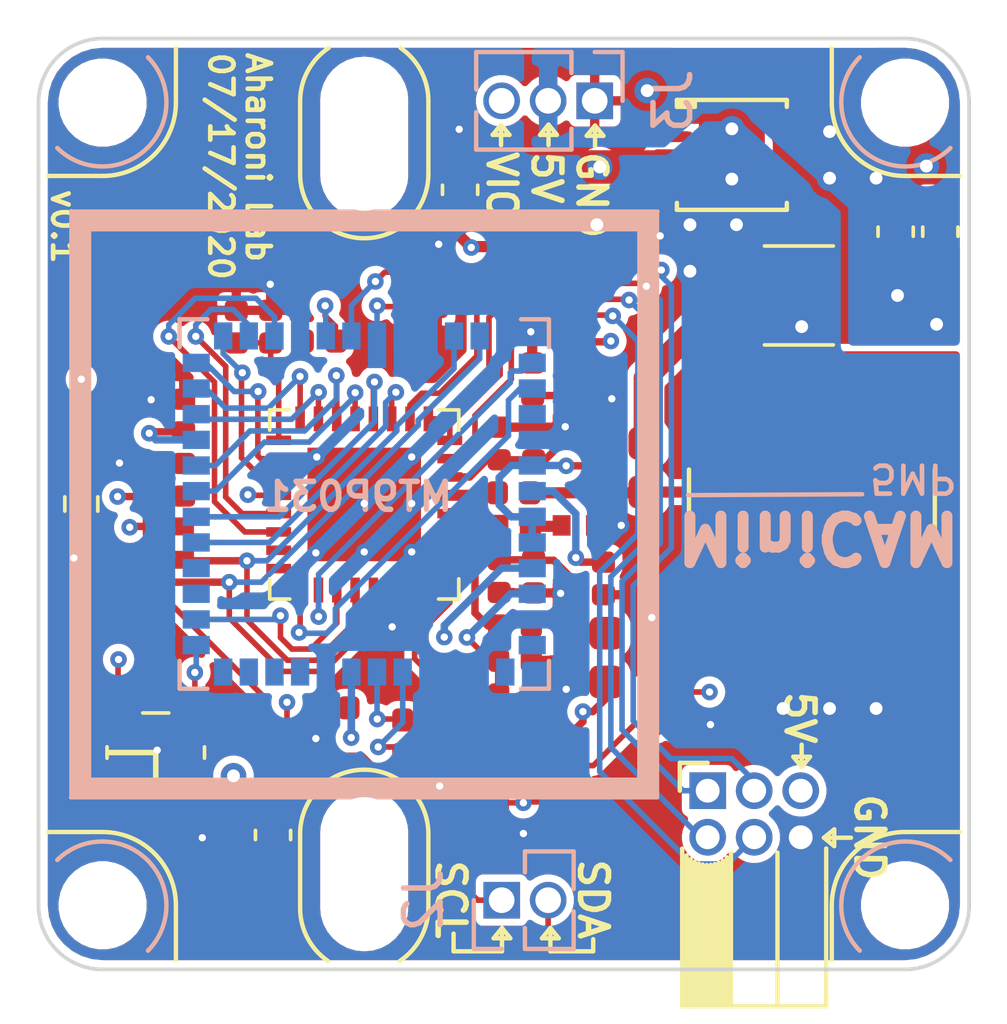
<source format=kicad_pcb>
(kicad_pcb (version 20171130) (host pcbnew "(5.1.5)-3")
  (layers (0 F.Cu signal) (1 In1.Cu signal) (2 In2.Cu signal) (31 B.Cu signal) (34 B.Paste user) (35 F.Paste user) (36 B.SilkS user) (37 F.SilkS user) (38 B.Mask user) (39 F.Mask user) (44 Edge.Cuts user))
  (net 0 "")
  (net 1 GND)
  (net 2 +5V)
  (net 3 +1V8)
  (net 4 +2V8)
  (net 5 /VDDT)
  (net 6 /VDDPLL)
  (net 7 "Net-(C24-Pad1)")
  (net 8 "Net-(C25-Pad2)")
  (net 9 "Net-(C25-Pad1)")
  (net 10 /VDDCML)
  (net 11 /nRESET)
  (net 12 /PDB)
  (net 13 /COAX+)
  (net 14 "Net-(L1-Pad2)")
  (net 15 "Net-(D1-Pad2)")
  (net 16 /SDA)
  (net 17 /SCL)
  (net 18 /MODE)
  (net 19 "Net-(R10-Pad2)")
  (net 20 "Net-(U2-Pad32)")
  (net 21 "Net-(U2-Pad31)")
  (net 22 /GPO3)
  (net 23 /GPO2)
  (net 24 /GPO1)
  (net 25 /GPO0)
  (net 26 /PCLK)
  (net 27 /FV)
  (net 28 /LV)
  (net 29 /TRIGGER)
  (net 30 "Net-(U3-Pad9)")
  (net 31 "Net-(U3-Pad34)")
  (net 32 "Net-(U3-Pad33)")
  (net 33 /EXTCLK)
  (net 34 /DIN9)
  (net 35 /DIN8)
  (net 36 /DIN7)
  (net 37 /DIN6)
  (net 38 /DIN5)
  (net 39 /DIN4)
  (net 40 /DIN3)
  (net 41 /DIN2)
  (net 42 /DIN1)
  (net 43 /DIN0)
  (module Connector_PinSocket_1.27mm:PinSocket_1x03_P1.27mm_Vertical (layer B.Cu) (at 116.78 27.1 90)
    (fp_text reference J3 (at 0 2.135 90) (layer B.SilkS) (effects (justify mirror)))
    (fp_text value Conn_01x03)
    (pad 3 thru_hole oval (at 0 -2.54 90) (size 1 1) (drill 0.7) (layers *.Cu *.Mask) (net 4 +2V8))
    (pad 2 thru_hole oval (at 0 -1.27 90) (size 1 1) (drill 0.7) (layers *.Cu *.Mask) (net 2 +5V))
    (pad 1 thru_hole rect (at 0 0 90) (size 1 1) (drill 0.7) (layers *.Cu *.Mask) (net 1 GND))
  )
  (module Connector_PinSocket_1.27mm:PinSocket_1x02_P1.27mm_Vertical (layer B.Cu) (at 114.24 48.91 270)
    (fp_text reference J2 (at 0 2.135 90) (layer B.SilkS) (effects (justify mirror)))
    (fp_text value Conn_01x02)
    (pad 2 thru_hole oval (at 0 -1.27 270) (size 1 1) (drill 0.7) (layers *.Cu *.Mask) (net 16 /SDA))
    (pad 1 thru_hole rect (at 0 0 270) (size 1 1) (drill 0.7) (layers *.Cu *.Mask) (net 17 /SCL))
  )
  (module .Capacitor:C_0402_1005Metric_L (layer F.Cu) (at 106.9086 46.7744 270)
    (fp_text reference C16)
    (fp_text value 1uF)
    (pad 2 smd roundrect (at 0.445 0 270) (size 0.58 0.63) (layers F.Cu F.Paste F.Mask) (net 1 GND))
    (pad 1 smd roundrect (at -0.445 0 270) (size 0.58 0.63) (layers F.Cu F.Paste F.Mask) (net 3 +1V8))
  )
  (module .Capacitor:C_0402_1005Metric_L (layer F.Cu) (at 114.7572 31.0772)
    (fp_text reference C11)
    (fp_text value 1uF)
    (pad 2 smd roundrect (at 0.445 0) (size 0.58 0.63) (layers F.Cu F.Paste F.Mask) (net 1 GND))
    (pad 1 smd roundrect (at -0.445 0) (size 0.58 0.63) (layers F.Cu F.Paste F.Mask) (net 4 +2V8))
  )
  (module .Capacitor:C_0603_1608Metric_L (layer F.Cu) (at 108.0008 47.131 270)
    (fp_text reference C36)
    (fp_text value 10uF)
    (pad 2 smd roundrect (at 0.68 0 270) (size 0.81 0.87) (layers F.Cu F.Paste F.Mask) (net 1 GND))
    (pad 1 smd roundrect (at -0.68 0 270) (size 0.81 0.87) (layers F.Cu F.Paste F.Mask) (net 3 +1V8))
  )
  (module .Capacitor:C_0603_1608Metric_L (layer F.Cu) (at 113.1062 29.5278 90)
    (fp_text reference C17)
    (fp_text value 10uF)
    (pad 2 smd roundrect (at 0.68 0 90) (size 0.81 0.87) (layers F.Cu F.Paste F.Mask) (net 1 GND))
    (pad 1 smd roundrect (at -0.68 0 90) (size 0.81 0.87) (layers F.Cu F.Paste F.Mask) (net 4 +2V8))
  )
  (module .Capacitor:C_0603_1608Metric_L (layer F.Cu) (at 124.9934 30.6708 90)
    (fp_text reference C12)
    (fp_text value 10uF)
    (pad 2 smd roundrect (at 0.68 0 90) (size 0.81 0.87) (layers F.Cu F.Paste F.Mask) (net 1 GND))
    (pad 1 smd roundrect (at -0.68 0 90) (size 0.81 0.87) (layers F.Cu F.Paste F.Mask) (net 2 +5V))
  )
  (module .Package_LCC:iLCC48P70_1000X1000X135L80X40N (layer B.Cu) (at 110.49 38.1 180)
    (fp_text reference U3)
    (fp_text value MT9P031)
    (pad 18 smd rect (at -4.585 -3.85 180) (size 0.74 0.5) (layers B.Cu B.Paste B.Mask))
    (pad 17 smd rect (at -4.585 -3.15 180) (size 0.74 0.5) (layers B.Cu B.Paste B.Mask) (net 1 GND))
    (pad 16 smd rect (at -4.585 -2.45 180) (size 0.74 0.5) (layers B.Cu B.Paste B.Mask) (net 11 /nRESET))
    (pad 15 smd rect (at -4.585 -1.75 180) (size 0.74 0.5) (layers B.Cu B.Paste B.Mask) (net 29 /TRIGGER))
    (pad 14 smd rect (at -4.585 -1.05 180) (size 0.74 0.5) (layers B.Cu B.Paste B.Mask) (net 4 +2V8))
    (pad 13 smd rect (at -4.585 -0.35 180) (size 0.74 0.5) (layers B.Cu B.Paste B.Mask) (net 4 +2V8))
    (pad 12 smd rect (at -4.585 0.35 180) (size 0.74 0.5) (layers B.Cu B.Paste B.Mask) (net 3 +1V8))
    (pad 11 smd rect (at -4.585 1.05 180) (size 0.74 0.5) (layers B.Cu B.Paste B.Mask) (net 4 +2V8))
    (pad 10 smd rect (at -4.585 1.75 180) (size 0.74 0.5) (layers B.Cu B.Paste B.Mask) (net 1 GND))
    (pad 9 smd rect (at -4.585 2.45 180) (size 0.74 0.5) (layers B.Cu B.Paste B.Mask) (net 30 "Net-(U3-Pad9)"))
    (pad 8 smd rect (at -4.585 3.15 180) (size 0.74 0.5) (layers B.Cu B.Paste B.Mask) (net 28 /LV))
    (pad 7 smd rect (at -4.585 3.85 180) (size 0.74 0.5) (layers B.Cu B.Paste B.Mask) (net 27 /FV))
    (pad 6 smd rect (at -3.85 4.585 90) (size 0.74 0.5) (layers B.Cu B.Paste B.Mask) (net 1 GND))
    (pad 5 smd rect (at -3.15 4.585 90) (size 0.74 0.5) (layers B.Cu B.Paste B.Mask) (net 16 /SDA))
    (pad 4 smd rect (at -2.45 4.585 90) (size 0.74 0.5) (layers B.Cu B.Paste B.Mask) (net 17 /SCL))
    (pad 3 smd rect (at -1.75 4.585 90) (size 0.74 0.5) (layers B.Cu B.Paste B.Mask) (net 1 GND))
    (pad 2 smd rect (at -1.05 4.585 90) (size 0.74 0.5) (layers B.Cu B.Paste B.Mask) (net 1 GND))
    (pad 1 smd rect (at -0.35 4.331 90) (size 1.248 0.5) (layers B.Cu B.Paste B.Mask) (net 4 +2V8))
    (pad 48 smd rect (at 0.35 4.585 90) (size 0.74 0.5) (layers B.Cu B.Paste B.Mask) (net 4 +2V8))
    (pad 47 smd rect (at 1.05 4.585 90) (size 0.74 0.5) (layers B.Cu B.Paste B.Mask) (net 3 +1V8))
    (pad 46 smd rect (at 1.75 4.585 90) (size 0.74 0.5) (layers B.Cu B.Paste B.Mask) (net 1 GND))
    (pad 45 smd rect (at 2.45 4.585 90) (size 0.74 0.5) (layers B.Cu B.Paste B.Mask) (net 34 /DIN9))
    (pad 44 smd rect (at 3.15 4.585 90) (size 0.74 0.5) (layers B.Cu B.Paste B.Mask) (net 35 /DIN8))
    (pad 43 smd rect (at 3.85 4.585 90) (size 0.74 0.5) (layers B.Cu B.Paste B.Mask) (net 36 /DIN7))
    (pad 42 smd rect (at 4.585 3.85 180) (size 0.74 0.5) (layers B.Cu B.Paste B.Mask) (net 37 /DIN6))
    (pad 41 smd rect (at 4.585 3.15 180) (size 0.74 0.5) (layers B.Cu B.Paste B.Mask) (net 38 /DIN5))
    (pad 40 smd rect (at 4.585 2.45 180) (size 0.74 0.5) (layers B.Cu B.Paste B.Mask) (net 39 /DIN4))
    (pad 39 smd rect (at 4.585 1.75 180) (size 0.74 0.5) (layers B.Cu B.Paste B.Mask) (net 4 +2V8))
    (pad 38 smd rect (at 4.585 1.05 180) (size 0.74 0.5) (layers B.Cu B.Paste B.Mask) (net 40 /DIN3))
    (pad 37 smd rect (at 4.585 0.35 180) (size 0.74 0.5) (layers B.Cu B.Paste B.Mask) (net 41 /DIN2))
    (pad 36 smd rect (at 4.585 -0.35 180) (size 0.74 0.5) (layers B.Cu B.Paste B.Mask) (net 42 /DIN1))
    (pad 35 smd rect (at 4.585 -1.05 180) (size 0.74 0.5) (layers B.Cu B.Paste B.Mask) (net 43 /DIN0))
    (pad 34 smd rect (at 4.585 -1.75 180) (size 0.74 0.5) (layers B.Cu B.Paste B.Mask) (net 31 "Net-(U3-Pad34)"))
    (pad 33 smd rect (at 4.585 -2.45 180) (size 0.74 0.5) (layers B.Cu B.Paste B.Mask) (net 32 "Net-(U3-Pad33)"))
    (pad 32 smd rect (at 4.585 -3.15 180) (size 0.74 0.5) (layers B.Cu B.Paste B.Mask) (net 26 /PCLK))
    (pad 31 smd rect (at 4.585 -3.85 180) (size 0.74 0.5) (layers B.Cu B.Paste B.Mask) (net 33 /EXTCLK))
    (pad 30 smd rect (at 3.85 -4.585 90) (size 0.74 0.5) (layers B.Cu B.Paste B.Mask))
    (pad 29 smd rect (at 3.15 -4.585 90) (size 0.74 0.5) (layers B.Cu B.Paste B.Mask))
    (pad 28 smd rect (at 2.45 -4.585 90) (size 0.74 0.5) (layers B.Cu B.Paste B.Mask))
    (pad 27 smd rect (at 1.75 -4.585 90) (size 0.74 0.5) (layers B.Cu B.Paste B.Mask))
    (pad 26 smd rect (at 1.05 -4.585 90) (size 0.74 0.5) (layers B.Cu B.Paste B.Mask) (net 1 GND))
    (pad 25 smd rect (at 0.35 -4.585 90) (size 0.74 0.5) (layers B.Cu B.Paste B.Mask) (net 4 +2V8))
    (pad 24 smd rect (at -0.35 -4.585 90) (size 0.74 0.5) (layers B.Cu B.Paste B.Mask) (net 4 +2V8))
    (pad 23 smd rect (at -1.05 -4.585 90) (size 0.74 0.5) (layers B.Cu B.Paste B.Mask) (net 4 +2V8))
    (pad 22 smd rect (at -1.75 -4.585 90) (size 0.74 0.5) (layers B.Cu B.Paste B.Mask) (net 1 GND))
    (pad 21 smd rect (at -2.45 -4.585 90) (size 0.74 0.5) (layers B.Cu B.Paste B.Mask) (net 1 GND))
    (pad 20 smd rect (at -3.15 -4.585 90) (size 0.74 0.5) (layers B.Cu B.Paste B.Mask) (net 1 GND))
    (pad 19 smd rect (at -3.85 -4.585 90) (size 0.74 0.5) (layers B.Cu B.Paste B.Mask))
  )
  (module Connector_PinSocket_1.27mm:PinSocket_2x03_P1.27mm_Horizontal (layer F.Cu) (at 119.8626 45.9232 90)
    (fp_text reference J4)
    (fp_text value Conn_02x03_Odd_Even)
    (pad 6 thru_hole oval (at -1.27 2.54 90) (size 1 1) (drill 0.65) (layers *.Cu *.Mask) (net 1 GND))
    (pad 5 thru_hole oval (at 0 2.54 90) (size 1 1) (drill 0.65) (layers *.Cu *.Mask) (net 2 +5V))
    (pad 4 thru_hole oval (at -1.27 1.27 90) (size 1 1) (drill 0.65) (layers *.Cu *.Mask) (net 25 /GPO0))
    (pad 3 thru_hole oval (at 0 1.27 90) (size 1 1) (drill 0.65) (layers *.Cu *.Mask) (net 22 /GPO3))
    (pad 2 thru_hole oval (at -1.27 0 90) (size 1 1) (drill 0.65) (layers *.Cu *.Mask) (net 24 /GPO1))
    (pad 1 thru_hole rect (at 0 0 90) (size 1 1) (drill 0.65) (layers *.Cu *.Mask) (net 23 /GPO2))
  )
  (module .Connector:Conn_1x1_700_Circular_Pad (layer F.Cu) (at 110.49 28.1)
    (fp_text reference H6)
    (fp_text value MountingHole)
    (pad "" np_thru_hole oval (at 0 0) (size 2 4) (drill oval 2 4) (layers *.Cu *.Mask))
  )
  (module .Connector:Conn_1x1_700_Circular_Pad (layer F.Cu) (at 110.49 48.1)
    (fp_text reference H5)
    (fp_text value MountingHole)
    (pad "" np_thru_hole oval (at 0 0) (size 2 4) (drill oval 2 4) (layers *.Cu *.Mask))
  )
  (module .Connector:Conn_1x1_700_Circular_Pad (layer F.Cu) (at 125.25 27.15)
    (fp_text reference H4)
    (fp_text value MountingHole)
    (pad "" np_thru_hole circle (at 0 0) (size 2 2) (drill 2) (layers *.Cu *.Mask))
  )
  (module .Connector:Conn_1x1_700_Circular_Pad (layer F.Cu) (at 103.35 27.15)
    (fp_text reference H3)
    (fp_text value MountingHole)
    (pad "" np_thru_hole circle (at 0 0) (size 2 2) (drill 2) (layers *.Cu *.Mask))
  )
  (module .Connector:Conn_1x1_700_Circular_Pad (layer F.Cu) (at 103.35 49.05)
    (fp_text reference H2)
    (fp_text value MountingHole)
    (pad "" np_thru_hole circle (at 0 0) (size 2 2) (drill 2) (layers *.Cu *.Mask))
  )
  (module .Connector:Conn_1x1_700_Circular_Pad (layer F.Cu) (at 125.25 49.05)
    (fp_text reference H1)
    (fp_text value MountingHole)
    (pad "" np_thru_hole circle (at 0 0) (size 2 2) (drill 2) (layers *.Cu *.Mask))
  )
  (module .LED:LED_SC80X160X65L40L (layer F.Cu) (at 102.7684 38.1 270)
    (fp_text reference D1)
    (fp_text value LED_Small_ALT)
    (pad 1 smd rect (at 0.73 0 270) (size 0.77 0.71) (layers F.Cu F.Paste F.Mask) (net 1 GND))
    (pad 2 smd rect (at -0.73 0 270) (size 0.77 0.71) (layers F.Cu F.Paste F.Mask) (net 15 "Net-(D1-Pad2)"))
  )
  (module .Oscillator:OSC_CC250X200X80L70X75L (layer F.Cu) (at 104.8004 44.8818)
    (fp_text reference U4)
    (fp_text value SiT_2.5mmx2mm)
    (pad 4 smd rect (at -0.945 -0.72 90) (size 0.83 0.88) (layers F.Cu F.Paste F.Mask) (net 4 +2V8))
    (pad 3 smd rect (at 0.945 -0.72 90) (size 0.83 0.88) (layers F.Cu F.Paste F.Mask) (net 33 /EXTCLK))
    (pad 2 smd rect (at 0.945 0.72 90) (size 0.83 0.88) (layers F.Cu F.Paste F.Mask) (net 1 GND))
    (pad 1 smd rect (at -0.945 0.72 90) (size 0.83 0.88) (layers F.Cu F.Paste F.Mask) (net 19 "Net-(R10-Pad2)"))
  )
  (module .Package_QFN:QFN_33_P50_500X500X80L40X24T310L (layer F.Cu) (at 110.49 38.113)
    (fp_text reference U2)
    (fp_text value DS90UB933-Q1)
    (pad 33 smd rect (at 0 0) (size 3.1 3.1) (layers F.Cu F.Paste F.Mask) (net 1 GND))
    (pad 32 smd rect (at -2.335 1.75) (size 0.68 0.26) (layers F.Cu F.Paste F.Mask) (net 20 "Net-(U2-Pad32)"))
    (pad 31 smd rect (at -2.335 1.25) (size 0.68 0.26) (layers F.Cu F.Paste F.Mask) (net 21 "Net-(U2-Pad31)"))
    (pad 30 smd rect (at -2.335 0.75) (size 0.68 0.26) (layers F.Cu F.Paste F.Mask) (net 34 /DIN9))
    (pad 29 smd rect (at -2.335 0.25) (size 0.68 0.26) (layers F.Cu F.Paste F.Mask) (net 35 /DIN8))
    (pad 28 smd rect (at -2.335 -0.25) (size 0.68 0.26) (layers F.Cu F.Paste F.Mask) (net 3 +1V8))
    (pad 27 smd rect (at -2.335 -0.75) (size 0.68 0.26) (layers F.Cu F.Paste F.Mask) (net 36 /DIN7))
    (pad 26 smd rect (at -2.335 -1.25) (size 0.68 0.26) (layers F.Cu F.Paste F.Mask) (net 37 /DIN6))
    (pad 25 smd rect (at -2.335 -1.75) (size 0.68 0.26) (layers F.Cu F.Paste F.Mask) (net 4 +2V8))
    (pad 24 smd rect (at -1.75 -2.335 90) (size 0.68 0.26) (layers F.Cu F.Paste F.Mask) (net 38 /DIN5))
    (pad 23 smd rect (at -1.25 -2.335 90) (size 0.68 0.26) (layers F.Cu F.Paste F.Mask) (net 39 /DIN4))
    (pad 22 smd rect (at -0.75 -2.335 90) (size 0.68 0.26) (layers F.Cu F.Paste F.Mask) (net 40 /DIN3))
    (pad 21 smd rect (at -0.25 -2.335 90) (size 0.68 0.26) (layers F.Cu F.Paste F.Mask) (net 41 /DIN2))
    (pad 20 smd rect (at 0.25 -2.335 90) (size 0.68 0.26) (layers F.Cu F.Paste F.Mask) (net 42 /DIN1))
    (pad 19 smd rect (at 0.75 -2.335 90) (size 0.68 0.26) (layers F.Cu F.Paste F.Mask) (net 43 /DIN0))
    (pad 18 smd rect (at 1.25 -2.335 90) (size 0.68 0.26) (layers F.Cu F.Paste F.Mask) (net 22 /GPO3))
    (pad 17 smd rect (at 1.75 -2.335 90) (size 0.68 0.26) (layers F.Cu F.Paste F.Mask) (net 23 /GPO2))
    (pad 16 smd rect (at 2.335 -1.75) (size 0.68 0.26) (layers F.Cu F.Paste F.Mask) (net 24 /GPO1))
    (pad 15 smd rect (at 2.335 -1.25) (size 0.68 0.26) (layers F.Cu F.Paste F.Mask) (net 25 /GPO0))
    (pad 14 smd rect (at 2.335 -0.75) (size 0.68 0.26) (layers F.Cu F.Paste F.Mask) (net 10 /VDDCML))
    (pad 13 smd rect (at 2.335 -0.25) (size 0.68 0.26) (layers F.Cu F.Paste F.Mask) (net 7 "Net-(C24-Pad1)"))
    (pad 12 smd rect (at 2.335 0.25) (size 0.68 0.26) (layers F.Cu F.Paste F.Mask) (net 9 "Net-(C25-Pad1)"))
    (pad 11 smd rect (at 2.335 0.75) (size 0.68 0.26) (layers F.Cu F.Paste F.Mask) (net 5 /VDDT))
    (pad 10 smd rect (at 2.335 1.25) (size 0.68 0.26) (layers F.Cu F.Paste F.Mask) (net 6 /VDDPLL))
    (pad 9 smd rect (at 2.335 1.75) (size 0.68 0.26) (layers F.Cu F.Paste F.Mask) (net 12 /PDB))
    (pad 8 smd rect (at 1.75 2.335 90) (size 0.68 0.26) (layers F.Cu F.Paste F.Mask) (net 18 /MODE))
    (pad 7 smd rect (at 1.25 2.335 90) (size 0.68 0.26) (layers F.Cu F.Paste F.Mask) (net 1 GND))
    (pad 6 smd rect (at 0.75 2.335 90) (size 0.68 0.26) (layers F.Cu F.Paste F.Mask) (net 1 GND))
    (pad 5 smd rect (at 0.25 2.335 90) (size 0.68 0.26) (layers F.Cu F.Paste F.Mask) (net 16 /SDA))
    (pad 4 smd rect (at -0.25 2.335 90) (size 0.68 0.26) (layers F.Cu F.Paste F.Mask) (net 17 /SCL))
    (pad 3 smd rect (at -0.75 2.335 90) (size 0.68 0.26) (layers F.Cu F.Paste F.Mask) (net 26 /PCLK))
    (pad 2 smd rect (at -1.25 2.335 90) (size 0.68 0.26) (layers F.Cu F.Paste F.Mask) (net 27 /FV))
    (pad 1 smd rect (at -1.75 2.335 90) (size 0.68 0.26) (layers F.Cu F.Paste F.Mask) (net 28 /LV))
  )
  (module .Package_QFN:DFN10_3x3_11P50_300X300X100L40X24T250X180N (layer F.Cu) (at 120.523 28.575 270)
    (fp_text reference U1)
    (fp_text value NCV8154MW180280TBG)
    (pad 11 smd rect (at 0 0) (size 1.8 2.5) (layers F.Cu F.Mask) (net 1 GND))
    (pad 10 smd rect (at -1 -1.43) (size 0.66 0.26) (layers F.Cu F.Paste F.Mask) (net 2 +5V))
    (pad 9 smd rect (at -0.5 -1.43) (size 0.66 0.26) (layers F.Cu F.Paste F.Mask) (net 2 +5V))
    (pad 8 smd rect (at 0 -1.43) (size 0.66 0.26) (layers F.Cu F.Paste F.Mask) (net 2 +5V))
    (pad 7 smd rect (at 0.5 -1.43) (size 0.66 0.26) (layers F.Cu F.Paste F.Mask) (net 2 +5V))
    (pad 6 smd rect (at 1 -1.43) (size 0.66 0.26) (layers F.Cu F.Paste F.Mask))
    (pad 5 smd rect (at 1 1.43) (size 0.66 0.26) (layers F.Cu F.Paste F.Mask))
    (pad 4 smd rect (at 0.5 1.43) (size 0.66 0.26) (layers F.Cu F.Paste F.Mask) (net 1 GND))
    (pad 3 smd rect (at 0 1.43) (size 0.66 0.26) (layers F.Cu F.Paste F.Mask) (net 4 +2V8))
    (pad 2 smd rect (at -0.5 1.43) (size 0.66 0.26) (layers F.Cu F.Paste F.Mask) (net 3 +1V8))
    (pad 1 smd rect (at -1 1.43) (size 0.66 0.26) (layers F.Cu F.Paste F.Mask) (net 1 GND))
  )
  (module .Resistor:R_0402_1005Metric_ERJ_L (layer F.Cu) (at 102.8192 45.3136 270)
    (fp_text reference R10)
    (fp_text value DNL)
    (pad 2 smd rect (at 0.455 0 270) (size 0.49 0.56) (layers F.Cu F.Paste F.Mask) (net 19 "Net-(R10-Pad2)"))
    (pad 1 smd rect (at -0.455 0 270) (size 0.49 0.56) (layers F.Cu F.Paste F.Mask) (net 4 +2V8))
  )
  (module .Resistor:R_0402_1005Metric_ERJ_L (layer F.Cu) (at 113.7412 47.0916)
    (fp_text reference R9)
    (fp_text value 100K)
    (pad 2 smd rect (at 0.455 0) (size 0.49 0.56) (layers F.Cu F.Paste F.Mask) (net 1 GND))
    (pad 1 smd rect (at -0.455 0) (size 0.49 0.56) (layers F.Cu F.Paste F.Mask) (net 18 /MODE))
  )
  (module .Resistor:R_0402_1005Metric_ERJ_L (layer F.Cu) (at 113.7412 46.2534 180)
    (fp_text reference R8)
    (fp_text value 10K)
    (pad 2 smd rect (at 0.455 0 180) (size 0.49 0.56) (layers F.Cu F.Paste F.Mask) (net 18 /MODE))
    (pad 1 smd rect (at -0.455 0 180) (size 0.49 0.56) (layers F.Cu F.Paste F.Mask) (net 4 +2V8))
  )
  (module .Resistor:R_0402_1005Metric_ERJ_L (layer F.Cu) (at 115.9764 46.228)
    (fp_text reference R7)
    (fp_text value 10K)
    (pad 2 smd rect (at 0.455 0) (size 0.49 0.56) (layers F.Cu F.Paste F.Mask) (net 12 /PDB))
    (pad 1 smd rect (at -0.455 0) (size 0.49 0.56) (layers F.Cu F.Paste F.Mask) (net 4 +2V8))
  )
  (module .Resistor:R_0402_1005Metric_ERJ_L (layer F.Cu) (at 105.5624 39.1668 270)
    (fp_text reference R6)
    (fp_text value 1K)
    (pad 2 smd rect (at 0.455 0 270) (size 0.49 0.56) (layers F.Cu F.Paste F.Mask) (net 17 /SCL))
    (pad 1 smd rect (at -0.455 0 270) (size 0.49 0.56) (layers F.Cu F.Paste F.Mask) (net 4 +2V8))
  )
  (module .Resistor:R_0402_1005Metric_ERJ_L (layer F.Cu) (at 104.7242 39.1668 270)
    (fp_text reference R5)
    (fp_text value 1K)
    (pad 2 smd rect (at 0.455 0 270) (size 0.49 0.56) (layers F.Cu F.Paste F.Mask) (net 16 /SDA))
    (pad 1 smd rect (at -0.455 0 270) (size 0.49 0.56) (layers F.Cu F.Paste F.Mask) (net 4 +2V8))
  )
  (module .Resistor:R_0402_1005Metric_ERJ_L (layer F.Cu) (at 118.7704 43.2308 180)
    (fp_text reference R4)
    (fp_text value 1K)
    (pad 2 smd rect (at 0.455 0 180) (size 0.49 0.56) (layers F.Cu F.Paste F.Mask) (net 11 /nRESET))
    (pad 1 smd rect (at -0.455 0 180) (size 0.49 0.56) (layers F.Cu F.Paste F.Mask) (net 4 +2V8))
  )
  (module .Resistor:R_0402_1005Metric_ERJ_L (layer F.Cu) (at 116.332 38.6842)
    (fp_text reference R3)
    (fp_text value 50)
    (pad 2 smd rect (at 0.455 0) (size 0.49 0.56) (layers F.Cu F.Paste F.Mask) (net 1 GND))
    (pad 1 smd rect (at -0.455 0) (size 0.49 0.56) (layers F.Cu F.Paste F.Mask) (net 8 "Net-(C25-Pad2)"))
  )
  (module .Resistor:R_0402_1005Metric_ERJ_L (layer F.Cu) (at 102.7684 35.8648 270)
    (fp_text reference R2)
    (fp_text value 500)
    (pad 2 smd rect (at 0.455 0 270) (size 0.49 0.56) (layers F.Cu F.Paste F.Mask) (net 15 "Net-(D1-Pad2)"))
    (pad 1 smd rect (at -0.455 0 270) (size 0.49 0.56) (layers F.Cu F.Paste F.Mask) (net 2 +5V))
  )
  (module .Resistor:R_0402_1005Metric_ERJ_L (layer F.Cu) (at 123.2154 30.48 180)
    (fp_text reference R1)
    (fp_text value 2K)
    (pad 2 smd rect (at 0.455 0 180) (size 0.49 0.56) (layers F.Cu F.Paste F.Mask) (net 14 "Net-(L1-Pad2)"))
    (pad 1 smd rect (at -0.455 0 180) (size 0.49 0.56) (layers F.Cu F.Paste F.Mask) (net 2 +5V))
  )
  (module .Inductor:L_0603_1608Metric_L (layer F.Cu) (at 116.205 34.3408 270)
    (fp_text reference L5)
    (fp_text value BLM18PG471SN1D)
    (pad 2 smd roundrect (at 0.665 0 270) (size 0.89 0.92) (layers F.Cu F.Paste F.Mask) (net 10 /VDDCML))
    (pad 1 smd roundrect (at -0.665 0 270) (size 0.89 0.92) (layers F.Cu F.Paste F.Mask) (net 3 +1V8))
  )
  (module .Inductor:L_0603_1608Metric_L (layer F.Cu) (at 114.9604 44.4246 180)
    (fp_text reference L4)
    (fp_text value BLM18PG471SN1D)
    (pad 2 smd roundrect (at 0.665 0 180) (size 0.89 0.92) (layers F.Cu F.Paste F.Mask) (net 6 /VDDPLL))
    (pad 1 smd roundrect (at -0.665 0 180) (size 0.89 0.92) (layers F.Cu F.Paste F.Mask) (net 3 +1V8))
  )
  (module .Inductor:L_0603_1608Metric_L (layer F.Cu) (at 117.094 42.291 90)
    (fp_text reference L3)
    (fp_text value BLM18PG471SN1D)
    (pad 2 smd roundrect (at 0.665 0 90) (size 0.89 0.92) (layers F.Cu F.Paste F.Mask) (net 5 /VDDT))
    (pad 1 smd roundrect (at -0.665 0 90) (size 0.89 0.92) (layers F.Cu F.Paste F.Mask) (net 3 +1V8))
  )
  (module .Inductor:L_1210_3225Metric_L (layer F.Cu) (at 122.3518 32.4104)
    (fp_text reference L2)
    (fp_text value ADL3225V-470MT-TL000)
    (pad 2 smd rect (at 1.525 0) (size 0.87 2.62) (layers F.Cu F.Paste F.Mask) (net 2 +5V))
    (pad 1 smd rect (at -1.525 0) (size 0.87 2.62) (layers F.Cu F.Paste F.Mask) (net 14 "Net-(L1-Pad2)"))
  )
  (module .Inductor:L_0603_1608Metric_L (layer F.Cu) (at 118.1608 37.1094 90)
    (fp_text reference L1)
    (fp_text value BLM18PG471SN1D)
    (pad 2 smd roundrect (at 0.665 0 90) (size 0.89 0.92) (layers F.Cu F.Paste F.Mask) (net 14 "Net-(L1-Pad2)"))
    (pad 1 smd roundrect (at -0.665 0 90) (size 0.89 0.92) (layers F.Cu F.Paste F.Mask) (net 13 /COAX+))
  )
  (module Connector_Coaxial:SMA_Amphenol_132134-10_Vertical (layer F.Cu) (at 122.7074 38.1 180)
    (fp_text reference J1)
    (fp_text value SMA-J-P-H-RA-TH1)
    (pad 2 smd custom (at 0 -2.8) (size 7.11 1.51) (layers F.Cu F.Paste F.Mask) (net 1 GND) (options (clearance outline) (anchor rect)) (primitives (gr_poly (pts (xy -1.645 -1.595) (xy -1.5 -1.42) (xy -1.36 -1.28) (xy -1.205 -1.155) (xy -1.035 -1.045) (xy -0.86 -0.95) (xy -0.675 -0.875) (xy -0.48 -0.82) (xy -0.28 -0.78) (xy -0.085 -0.765) (xy 0 -0.765) (xy 0 0.755) (xy -3.555 0.755) (xy -3.555 -1.595)) (width 0)) (gr_poly (pts (xy 1.645 -1.595) (xy 1.5 -1.42) (xy 1.36 -1.28) (xy 1.205 -1.155) (xy 1.035 -1.045) (xy 0.86 -0.95) (xy 0.675 -0.875) (xy 0.48 -0.82) (xy 0.28 -0.78) (xy 0.085 -0.765) (xy 0 -0.765) (xy 0 0.755) (xy 3.555 0.755) (xy 3.555 -1.595)) (width 0))))
    (pad 2 smd custom (at 0 2.8 180) (size 7.110001 1.51) (layers F.Cu F.Paste F.Mask) (net 1 GND) (options (clearance outline) (anchor rect)) (primitives (gr_poly (pts (xy -1.645 -1.595) (xy -1.5 -1.42) (xy -1.36 -1.28) (xy -1.205 -1.155) (xy -1.035 -1.045) (xy -0.86 -0.95) (xy -0.675 -0.875) (xy -0.48 -0.82) (xy -0.28 -0.78) (xy -0.085 -0.765) (xy 0 -0.765) (xy 0 0.755) (xy -3.555 0.755) (xy -3.555 -1.595)) (width 0)) (gr_poly (pts (xy 1.645 -1.595) (xy 1.5 -1.42) (xy 1.36 -1.28) (xy 1.205 -1.155) (xy 1.035 -1.045) (xy 0.86 -0.95) (xy 0.675 -0.875) (xy 0.48 -0.82) (xy 0.28 -0.78) (xy 0.085 -0.765) (xy 0 -0.765) (xy 0 0.755) (xy 3.555 0.755) (xy 3.555 -1.595)) (width 0))))
    (pad 1 smd circle (at 0 0 270) (size 1.73 1.73) (layers F.Cu F.Paste F.Mask) (net 13 /COAX+))
  )
  (module .Capacitor:C_0402_1005Metric_L (layer F.Cu) (at 116.0018 47.117 180)
    (fp_text reference C35)
    (fp_text value 1uF)
    (pad 2 smd roundrect (at 0.445 0 180) (size 0.58 0.63) (layers F.Cu F.Paste F.Mask) (net 1 GND))
    (pad 1 smd roundrect (at -0.445 0 180) (size 0.58 0.63) (layers F.Cu F.Paste F.Mask) (net 12 /PDB))
  )
  (module .Capacitor:C_0402_1005Metric_L (layer F.Cu) (at 104.2162 43.1038)
    (fp_text reference C34)
    (fp_text value 10nF)
    (pad 2 smd roundrect (at 0.445 0) (size 0.58 0.63) (layers F.Cu F.Paste F.Mask) (net 1 GND))
    (pad 1 smd roundrect (at -0.445 0) (size 0.58 0.63) (layers F.Cu F.Paste F.Mask) (net 4 +2V8))
  )
  (module .Capacitor:C_0402_1005Metric_L (layer F.Cu) (at 118.7704 44.1198)
    (fp_text reference C33)
    (fp_text value 1uF)
    (pad 2 smd roundrect (at 0.445 0) (size 0.58 0.63) (layers F.Cu F.Paste F.Mask) (net 1 GND))
    (pad 1 smd roundrect (at -0.445 0) (size 0.58 0.63) (layers F.Cu F.Paste F.Mask) (net 11 /nRESET))
  )
  (module .Capacitor:C_0402_1005Metric_L (layer F.Cu) (at 105.5624 37.4396 90)
    (fp_text reference C32)
    (fp_text value 0.1uF)
    (pad 2 smd roundrect (at 0.445 0 90) (size 0.58 0.63) (layers F.Cu F.Paste F.Mask) (net 1 GND))
    (pad 1 smd roundrect (at -0.445 0 90) (size 0.58 0.63) (layers F.Cu F.Paste F.Mask) (net 3 +1V8))
  )
  (module .Capacitor:C_0402_1005Metric_L (layer F.Cu) (at 104.6226 37.4396 90)
    (fp_text reference C31)
    (fp_text value 10nF)
    (pad 2 smd roundrect (at 0.445 0 90) (size 0.58 0.63) (layers F.Cu F.Paste F.Mask) (net 1 GND))
    (pad 1 smd roundrect (at -0.445 0 90) (size 0.58 0.63) (layers F.Cu F.Paste F.Mask) (net 3 +1V8))
  )
  (module .Capacitor:C_0402_1005Metric_L (layer F.Cu) (at 107.9373 33.2613 90)
    (fp_text reference C30)
    (fp_text value 0.1uF)
    (pad 2 smd roundrect (at 0.445 0 90) (size 0.58 0.63) (layers F.Cu F.Paste F.Mask) (net 1 GND))
    (pad 1 smd roundrect (at -0.445 0 90) (size 0.58 0.63) (layers F.Cu F.Paste F.Mask) (net 4 +2V8))
  )
  (module .Capacitor:C_0402_1005Metric_L (layer F.Cu) (at 106.9975 33.2613 90)
    (fp_text reference C29)
    (fp_text value 10nF)
    (pad 2 smd roundrect (at 0.445 0 90) (size 0.58 0.63) (layers F.Cu F.Paste F.Mask) (net 1 GND))
    (pad 1 smd roundrect (at -0.445 0 90) (size 0.58 0.63) (layers F.Cu F.Paste F.Mask) (net 4 +2V8))
  )
  (module .Capacitor:C_0402_1005Metric_L (layer F.Cu) (at 115.0874 34.6964 90)
    (fp_text reference C28)
    (fp_text value 4.7uF)
    (pad 2 smd roundrect (at 0.445 0 90) (size 0.58 0.63) (layers F.Cu F.Paste F.Mask) (net 1 GND))
    (pad 1 smd roundrect (at -0.445 0 90) (size 0.58 0.63) (layers F.Cu F.Paste F.Mask) (net 10 /VDDCML))
  )
  (module .Capacitor:C_0402_1005Metric_L (layer F.Cu) (at 115.1128 36.449 90)
    (fp_text reference C27)
    (fp_text value 0.1uF)
    (pad 2 smd roundrect (at 0.445 0 90) (size 0.58 0.63) (layers F.Cu F.Paste F.Mask) (net 1 GND))
    (pad 1 smd roundrect (at -0.445 0 90) (size 0.58 0.63) (layers F.Cu F.Paste F.Mask) (net 10 /VDDCML))
  )
  (module .Capacitor:C_0402_1005Metric_L (layer F.Cu) (at 114.173 36.449 90)
    (fp_text reference C26)
    (fp_text value 10nF)
    (pad 2 smd roundrect (at 0.445 0 90) (size 0.58 0.63) (layers F.Cu F.Paste F.Mask) (net 1 GND))
    (pad 1 smd roundrect (at -0.445 0 90) (size 0.58 0.63) (layers F.Cu F.Paste F.Mask) (net 10 /VDDCML))
  )
  (module .Capacitor:C_0402_1005Metric_L (layer F.Cu) (at 114.5794 38.7096)
    (fp_text reference C25)
    (fp_text value 47nF)
    (pad 2 smd roundrect (at 0.445 0) (size 0.58 0.63) (layers F.Cu F.Paste F.Mask) (net 8 "Net-(C25-Pad2)"))
    (pad 1 smd roundrect (at -0.445 0) (size 0.58 0.63) (layers F.Cu F.Paste F.Mask) (net 9 "Net-(C25-Pad1)"))
  )
  (module .Capacitor:C_0402_1005Metric_L (layer F.Cu) (at 114.5672 37.7952)
    (fp_text reference C24)
    (fp_text value 0.1uF)
    (pad 2 smd roundrect (at 0.445 0) (size 0.58 0.63) (layers F.Cu F.Paste F.Mask) (net 13 /COAX+))
    (pad 1 smd roundrect (at -0.445 0) (size 0.58 0.63) (layers F.Cu F.Paste F.Mask) (net 7 "Net-(C24-Pad1)"))
  )
  (module .Capacitor:C_0402_1005Metric_L (layer F.Cu) (at 114.6048 43.307)
    (fp_text reference C23)
    (fp_text value 4.7uF)
    (pad 2 smd roundrect (at 0.445 0) (size 0.58 0.63) (layers F.Cu F.Paste F.Mask) (net 1 GND))
    (pad 1 smd roundrect (at -0.445 0) (size 0.58 0.63) (layers F.Cu F.Paste F.Mask) (net 6 /VDDPLL))
  )
  (module .Capacitor:C_0402_1005Metric_L (layer F.Cu) (at 114.6048 42.3672)
    (fp_text reference C22)
    (fp_text value 0.1uF)
    (pad 2 smd roundrect (at 0.445 0) (size 0.58 0.63) (layers F.Cu F.Paste F.Mask) (net 1 GND))
    (pad 1 smd roundrect (at -0.445 0) (size 0.58 0.63) (layers F.Cu F.Paste F.Mask) (net 6 /VDDPLL))
  )
  (module .Capacitor:C_0402_1005Metric_L (layer F.Cu) (at 114.6048 41.4274)
    (fp_text reference C21)
    (fp_text value 10nF)
    (pad 2 smd roundrect (at 0.445 0) (size 0.58 0.63) (layers F.Cu F.Paste F.Mask) (net 1 GND))
    (pad 1 smd roundrect (at -0.445 0) (size 0.58 0.63) (layers F.Cu F.Paste F.Mask) (net 6 /VDDPLL))
  )
  (module .Capacitor:C_0402_1005Metric_L (layer F.Cu) (at 116.0018 41.91 270)
    (fp_text reference C20)
    (fp_text value 4.7uF)
    (pad 2 smd roundrect (at 0.445 0 270) (size 0.58 0.63) (layers F.Cu F.Paste F.Mask) (net 1 GND))
    (pad 1 smd roundrect (at -0.445 0 270) (size 0.58 0.63) (layers F.Cu F.Paste F.Mask) (net 5 /VDDT))
  )
  (module .Capacitor:C_0402_1005Metric_L (layer F.Cu) (at 115.1128 40.0812 270)
    (fp_text reference C19)
    (fp_text value 0.1uF)
    (pad 2 smd roundrect (at 0.445 0 270) (size 0.58 0.63) (layers F.Cu F.Paste F.Mask) (net 1 GND))
    (pad 1 smd roundrect (at -0.445 0 270) (size 0.58 0.63) (layers F.Cu F.Paste F.Mask) (net 5 /VDDT))
  )
  (module .Capacitor:C_0402_1005Metric_L (layer F.Cu) (at 114.173 40.069 270)
    (fp_text reference C18)
    (fp_text value 10nF)
    (pad 2 smd roundrect (at 0.445 0 270) (size 0.58 0.63) (layers F.Cu F.Paste F.Mask) (net 1 GND))
    (pad 1 smd roundrect (at -0.445 0 270) (size 0.58 0.63) (layers F.Cu F.Paste F.Mask) (net 5 /VDDT))
  )
  (module .Capacitor:C_0402_1005Metric_L (layer F.Cu) (at 117.0178 40.132 270)
    (fp_text reference C15)
    (fp_text value 0.1uF)
    (pad 2 smd roundrect (at 0.445 0 270) (size 0.58 0.63) (layers F.Cu F.Paste F.Mask) (net 1 GND))
    (pad 1 smd roundrect (at -0.445 0 270) (size 0.58 0.63) (layers F.Cu F.Paste F.Mask) (net 3 +1V8))
  )
  (module .Capacitor:C_0402_1005Metric_L (layer F.Cu) (at 109.2708 33.655 180)
    (fp_text reference C14)
    (fp_text value 0.1uF)
    (pad 2 smd roundrect (at 0.445 0 180) (size 0.58 0.63) (layers F.Cu F.Paste F.Mask) (net 1 GND))
    (pad 1 smd roundrect (at -0.445 0 180) (size 0.58 0.63) (layers F.Cu F.Paste F.Mask) (net 3 +1V8))
  )
  (module .Capacitor:C_0603_1608Metric_L (layer F.Cu) (at 126.2126 30.6708 90)
    (fp_text reference C13)
    (fp_text value 10uF)
    (pad 2 smd roundrect (at 0.68 0 90) (size 0.81 0.87) (layers F.Cu F.Paste F.Mask) (net 1 GND))
    (pad 1 smd roundrect (at -0.68 0 90) (size 0.81 0.87) (layers F.Cu F.Paste F.Mask) (net 2 +5V))
  )
  (module .Capacitor:C_0402_1005Metric_L (layer F.Cu) (at 112.0394 32.7152)
    (fp_text reference C10)
    (fp_text value 0.1uF)
    (pad 2 smd roundrect (at 0.445 0) (size 0.58 0.63) (layers F.Cu F.Paste F.Mask) (net 1 GND))
    (pad 1 smd roundrect (at -0.445 0) (size 0.58 0.63) (layers F.Cu F.Paste F.Mask) (net 4 +2V8))
  )
  (module .Capacitor:C_0402_1005Metric_L (layer F.Cu) (at 109.6264 43.6626 180)
    (fp_text reference C9)
    (fp_text value 0.1uF)
    (pad 2 smd roundrect (at 0.445 0 180) (size 0.58 0.63) (layers F.Cu F.Paste F.Mask) (net 1 GND))
    (pad 1 smd roundrect (at -0.445 0 180) (size 0.58 0.63) (layers F.Cu F.Paste F.Mask) (net 4 +2V8))
  )
  (module .Capacitor:C_0402_1005Metric_L (layer F.Cu) (at 112.0394 31.7754)
    (fp_text reference C8)
    (fp_text value 0.1uF)
    (pad 2 smd roundrect (at 0.445 0) (size 0.58 0.63) (layers F.Cu F.Paste F.Mask) (net 1 GND))
    (pad 1 smd roundrect (at -0.445 0) (size 0.58 0.63) (layers F.Cu F.Paste F.Mask) (net 4 +2V8))
  )
  (module .Capacitor:C_0402_1005Metric_L (layer F.Cu) (at 111.9886 43.9928)
    (fp_text reference C7)
    (fp_text value 0.1uF)
    (pad 2 smd roundrect (at 0.445 0) (size 0.58 0.63) (layers F.Cu F.Paste F.Mask) (net 1 GND))
    (pad 1 smd roundrect (at -0.445 0) (size 0.58 0.63) (layers F.Cu F.Paste F.Mask) (net 4 +2V8))
  )
  (module .Capacitor:C_0402_1005Metric_L (layer F.Cu) (at 111.9886 44.9326)
    (fp_text reference C6)
    (fp_text value 0.1uF)
    (pad 2 smd roundrect (at 0.445 0) (size 0.58 0.63) (layers F.Cu F.Paste F.Mask) (net 1 GND))
    (pad 1 smd roundrect (at -0.445 0) (size 0.58 0.63) (layers F.Cu F.Paste F.Mask) (net 4 +2V8))
  )
  (module .Capacitor:C_0402_1005Metric_L (layer F.Cu) (at 117.0686 36.5506 90)
    (fp_text reference C5)
    (fp_text value 0.1uF)
    (pad 2 smd roundrect (at 0.445 0 90) (size 0.58 0.63) (layers F.Cu F.Paste F.Mask) (net 1 GND))
    (pad 1 smd roundrect (at -0.445 0 90) (size 0.58 0.63) (layers F.Cu F.Paste F.Mask) (net 4 +2V8))
  )
  (module .Capacitor:C_0402_1005Metric_L (layer F.Cu) (at 105.5624 35.687 90)
    (fp_text reference C4)
    (fp_text value 0.1uF)
    (pad 2 smd roundrect (at 0.445 0 90) (size 0.58 0.63) (layers F.Cu F.Paste F.Mask) (net 1 GND))
    (pad 1 smd roundrect (at -0.445 0 90) (size 0.58 0.63) (layers F.Cu F.Paste F.Mask) (net 4 +2V8))
  )
  (module .Capacitor:C_0402_1005Metric_L (layer F.Cu) (at 118.0338 29.4894 270)
    (fp_text reference C3)
    (fp_text value 1uF)
    (pad 2 smd roundrect (at 0.445 0 270) (size 0.58 0.63) (layers F.Cu F.Paste F.Mask) (net 1 GND))
    (pad 1 smd roundrect (at -0.445 0 270) (size 0.58 0.63) (layers F.Cu F.Paste F.Mask) (net 4 +2V8))
  )
  (module .Capacitor:C_0402_1005Metric_L (layer F.Cu) (at 119.5324 26.3652)
    (fp_text reference C2)
    (fp_text value 1uF)
    (pad 2 smd roundrect (at 0.445 0) (size 0.58 0.63) (layers F.Cu F.Paste F.Mask) (net 1 GND))
    (pad 1 smd roundrect (at -0.445 0) (size 0.58 0.63) (layers F.Cu F.Paste F.Mask) (net 3 +1V8))
  )
  (module .Capacitor:C_0402_1005Metric_L (layer F.Cu) (at 121.4882 26.3652 180)
    (fp_text reference C1)
    (fp_text value 1uF)
    (pad 2 smd roundrect (at 0.445 0 180) (size 0.58 0.63) (layers F.Cu F.Paste F.Mask) (net 1 GND))
    (pad 1 smd roundrect (at -0.445 0 180) (size 0.58 0.63) (layers F.Cu F.Paste F.Mask) (net 2 +5V))
  )
  (gr_poly (pts (xy 102.477 46.113) (xy 102.977 45.613) (xy 117.977 45.613) (xy 118.477 46.113)) (layer B.SilkS) (width 0.1))
  (gr_poly (pts (xy 102.49 30.1) (xy 102.99 30.6) (xy 102.99 45.6) (xy 102.49 46.1)) (layer B.SilkS) (width 0.1))
  (gr_poly (pts (xy 118.503 30.113) (xy 118.003 30.613) (xy 103.003 30.613) (xy 102.503 30.113)) (layer B.SilkS) (width 0.1))
  (gr_poly (pts (xy 118.49 46.113) (xy 117.99 45.613) (xy 117.99 30.613) (xy 118.49 30.113)) (layer B.SilkS) (width 0.1))
  (gr_text MiniCAM (at 122.8852 39.002 180) (layer B.SilkS) (effects (font (size 1.27 1.27) (thickness 0.3)) (justify mirror)))
  (gr_text 5MP (at 125.476 37.4018 180) (layer B.SilkS) (effects (font (size 0.762 0.762) (thickness 0.127)) (justify mirror)))
  (gr_line (start 124.079 37.8336) (end 119.3292 37.859) (layer B.SilkS) (width 0.12))
  (gr_text MT9P031 (at 112.9792 37.898914) (layer B.SilkS) (effects (font (size 0.762 0.762) (thickness 0.1524)) (justify left mirror)))
  (gr_line (start 123.317 46.9776) (end 123.0376 47.2062) (layer F.SilkS) (width 0.12))
  (gr_line (start 123.317 47.4348) (end 123.317 46.9776) (layer F.SilkS) (width 0.12))
  (gr_line (start 123.0376 47.2062) (end 123.317 47.4348) (layer F.SilkS) (width 0.12))
  (gr_line (start 122.1994 44.9964) (end 122.428 45.2758) (layer F.SilkS) (width 0.12))
  (gr_line (start 122.6566 44.9964) (end 122.1994 44.9964) (layer F.SilkS) (width 0.12))
  (gr_line (start 122.428 45.2758) (end 122.6566 44.9964) (layer F.SilkS) (width 0.12))
  (gr_line (start 123.0376 47.2062) (end 123.7742 47.2062) (layer F.SilkS) (width 0.12))
  (gr_line (start 122.428 44.6662) (end 122.428 45.2758) (layer F.SilkS) (width 0.12))
  (gr_text GND (at 124.2822 45.9362 270) (layer F.SilkS) (effects (font (size 0.762 0.762) (thickness 0.1524)) (justify left)))
  (gr_line (start 114.4524 28.0292) (end 114.2238 27.7498) (layer F.SilkS) (width 0.12))
  (gr_line (start 113.9952 28.0292) (end 114.4524 28.0292) (layer F.SilkS) (width 0.12))
  (gr_line (start 114.2238 27.7498) (end 113.9952 28.0292) (layer F.SilkS) (width 0.12))
  (gr_line (start 115.7478 28.0292) (end 115.5192 27.7498) (layer F.SilkS) (width 0.12))
  (gr_line (start 115.2906 28.0292) (end 115.7478 28.0292) (layer F.SilkS) (width 0.12))
  (gr_line (start 115.5192 27.7498) (end 115.2906 28.0292) (layer F.SilkS) (width 0.12))
  (gr_line (start 117.0178 28.0546) (end 116.7892 27.7752) (layer F.SilkS) (width 0.12))
  (gr_line (start 116.5606 28.0546) (end 117.0178 28.0546) (layer F.SilkS) (width 0.12))
  (gr_line (start 116.7892 27.7752) (end 116.5606 28.0546) (layer F.SilkS) (width 0.12))
  (gr_line (start 114.2238 27.7498) (end 114.2238 28.3086) (layer F.SilkS) (width 0.12))
  (gr_line (start 115.5192 27.7498) (end 115.5192 28.3086) (layer F.SilkS) (width 0.12))
  (gr_line (start 116.7892 27.7752) (end 116.7892 28.334) (layer F.SilkS) (width 0.12))
  (gr_line (start 115.7986 49.9494) (end 115.57 49.67) (layer F.SilkS) (width 0.12))
  (gr_line (start 115.3414 49.9494) (end 115.7986 49.9494) (layer F.SilkS) (width 0.12))
  (gr_line (start 115.57 49.67) (end 115.3414 49.9494) (layer F.SilkS) (width 0.12))
  (gr_line (start 114.4778 49.9494) (end 114.2492 49.67) (layer F.SilkS) (width 0.12))
  (gr_line (start 114.0206 49.9494) (end 114.4778 49.9494) (layer F.SilkS) (width 0.12))
  (gr_line (start 114.2492 49.67) (end 114.0206 49.9494) (layer F.SilkS) (width 0.12))
  (gr_line (start 115.57 50.0002) (end 115.57 49.67) (layer F.SilkS) (width 0.12))
  (gr_line (start 114.2492 50.305) (end 114.2492 50.1272) (layer F.SilkS) (width 0.12))
  (gr_line (start 112.9284 50.305) (end 114.2492 50.305) (layer F.SilkS) (width 0.12))
  (gr_line (start 112.9284 50.1272) (end 112.9284 50.305) (layer F.SilkS) (width 0.12))
  (gr_line (start 115.57 50.305) (end 115.57 50.0002) (layer F.SilkS) (width 0.12))
  (gr_line (start 116.7384 50.305) (end 115.57 50.305) (layer F.SilkS) (width 0.12))
  (gr_line (start 116.7384 49.9748) (end 116.7384 50.305) (layer F.SilkS) (width 0.12))
  (gr_line (start 114.2492 50.1272) (end 114.2492 49.67) (layer F.SilkS) (width 0.12))
  (gr_line (start 112.9284 49.8224) (end 112.9284 50.1272) (layer F.SilkS) (width 0.12))
  (gr_text SCL (at 112.8522 47.7396 270) (layer F.SilkS) (effects (font (size 0.762 0.762) (thickness 0.1524)) (justify left)))
  (gr_text SDA (at 116.7384 47.7142 270) (layer F.SilkS) (effects (font (size 0.762 0.762) (thickness 0.1524)) (justify left)))
  (gr_arc (start 110.49 49.126) (end 108.740001 49.113001) (angle -55.87406809) (layer F.SilkS) (width 0.12))
  (gr_arc (start 110.49 49.113) (end 111.460737 50.569079) (angle -56.3) (layer F.SilkS) (width 0.12))
  (gr_arc (start 110.49 27.113) (end 109.519263 25.656921) (angle -56.3) (layer F.SilkS) (width 0.12))
  (gr_arc (start 110.49 27.1) (end 112.239999 27.112999) (angle -55.87406809) (layer F.SilkS) (width 0.12))
  (gr_text 5V (at 122.3772 43.1422 270) (layer F.SilkS) (effects (font (size 0.762 0.762) (thickness 0.1524)) (justify left)))
  (gr_text v0.1 (at 102.2858 29.4516 270) (layer F.SilkS) (effects (font (size 0.635 0.635) (thickness 0.127)) (justify left)))
  (gr_text "Aharoni Lab\n07/17/2020" (at 107.0864 25.7178 270) (layer F.SilkS) (effects (font (size 0.635 0.635) (thickness 0.127)) (justify left)))
  (gr_text "GND\n5V\nVIO" (at 115.4684 28.4102 270) (layer F.SilkS) (effects (font (size 0.762 0.762) (thickness 0.1524)) (justify left)))
  (gr_line (start 105.35 27.15) (end 105.35 25.65) (layer F.SilkS) (width 0.12))
  (gr_line (start 103.35 29.15) (end 101.85 29.15) (layer F.SilkS) (width 0.12))
  (gr_line (start 125.25 29.15) (end 126.75 29.15) (layer F.SilkS) (width 0.12))
  (gr_line (start 123.25 27.15) (end 123.25 25.65) (layer F.SilkS) (width 0.12))
  (gr_line (start 123.25 49.05) (end 123.25 50.55) (layer F.SilkS) (width 0.12))
  (gr_line (start 125.25 47.05) (end 126.75 47.05) (layer F.SilkS) (width 0.12))
  (gr_line (start 103.35 47.05) (end 101.85 47.05) (layer F.SilkS) (width 0.12))
  (gr_line (start 105.35 49.05) (end 105.35 50.55) (layer F.SilkS) (width 0.12))
  (gr_arc (start 103.35 27.15) (end 103.35 29.15) (angle -90) (layer F.SilkS) (width 0.12))
  (gr_arc (start 125.25 27.15) (end 123.25 27.15) (angle -90) (layer F.SilkS) (width 0.12))
  (gr_arc (start 125.25 49.05) (end 125.25 47.05) (angle -90) (layer F.SilkS) (width 0.12))
  (gr_arc (start 103.35 49.05) (end 105.35 49.05) (angle -90) (layer F.SilkS) (width 0.12))
  (gr_arc (start 125.25 49.05) (end 126.487437 47.812563) (angle -180) (layer B.SilkS) (width 0.12))
  (gr_arc (start 103.35 49.05) (end 104.587437 50.287437) (angle -180) (layer B.SilkS) (width 0.12))
  (gr_arc (start 103.35 27.15) (end 102.112563 28.387437) (angle -180) (layer B.SilkS) (width 0.12))
  (gr_arc (start 125.25 27.15) (end 124.012563 25.912563) (angle -180) (layer B.SilkS) (width 0.12))
  (gr_arc (start 125.25 49.05) (end 125.25 50.8) (angle -90) (layer Edge.Cuts) (width 0.1016))
  (gr_arc (start 103.35 49.05) (end 101.6 49.05) (angle -90) (layer Edge.Cuts) (width 0.1016))
  (gr_arc (start 125.25 27.15) (end 127 27.15) (angle -90) (layer Edge.Cuts) (width 0.1016))
  (gr_arc (start 103.35 27.15) (end 103.35 25.4) (angle -90) (layer Edge.Cuts) (width 0.1016))
  (gr_line (start 112.24 47.1) (end 112.24 49.1) (layer F.SilkS) (width 0.12))
  (gr_line (start 108.74 47.1) (end 108.74 49.1) (layer F.SilkS) (width 0.12))
  (gr_arc (start 110.49 47.1) (end 112.24 47.1) (angle -180) (layer F.SilkS) (width 0.12))
  (gr_line (start 112.24 27.1) (end 112.24 29.1) (layer F.SilkS) (width 0.12))
  (gr_line (start 108.74 27.1) (end 108.74 29.1) (layer F.SilkS) (width 0.12))
  (gr_arc (start 110.49 29.1) (end 108.74 29.1) (angle -180) (layer F.SilkS) (width 0.12))
  (gr_line (start 101.6 27.15) (end 101.6 49.05) (layer Edge.Cuts) (width 0.1016))
  (gr_line (start 125.25 25.4) (end 103.35 25.4) (layer Edge.Cuts) (width 0.1016))
  (gr_line (start 127 49.05) (end 127 27.15) (layer Edge.Cuts) (width 0.1016))
  (gr_line (start 103.35 50.8) (end 125.25 50.8) (layer Edge.Cuts) (width 0.1016))
  (via (at 109.1946 36.8176) (size 0.45) (drill 0.2) (layers F.Cu B.Cu) (net 1))
  (via (at 111.7854 36.8176) (size 0.45) (drill 0.2) (layers F.Cu B.Cu) (net 1))
  (via (at 111.7854 38.0876) (size 0.45) (drill 0.2) (layers F.Cu B.Cu) (net 1))
  (via (at 110.49 38.0876) (size 0.45) (drill 0.2) (layers F.Cu B.Cu) (net 1))
  (via (at 109.1692 39.4338) (size 0.45) (drill 0.2) (layers F.Cu B.Cu) (net 1))
  (via (at 110.49 39.4084) (size 0.45) (drill 0.2) (layers F.Cu B.Cu) (net 1))
  (via (at 111.7854 39.4084) (size 0.45) (drill 0.2) (layers F.Cu B.Cu) (net 1))
  (segment (start 114.173 36.004) (end 115.1128 36.004) (width 0.2032) (layer F.Cu) (net 1))
  (segment (start 115.1006 40.514) (end 115.1128 40.5262) (width 0.2032) (layer F.Cu) (net 1))
  (segment (start 114.173 40.514) (end 115.1006 40.514) (width 0.2032) (layer F.Cu) (net 1))
  (segment (start 115.0498 41.4274) (end 115.0498 42.3672) (width 0.2032) (layer F.Cu) (net 1))
  (via (at 115.8494 40.5384) (size 0.45) (drill 0.2) (layers F.Cu B.Cu) (net 1))
  (segment (start 115.1128 40.5262) (end 115.8372 40.5262) (width 0.2032) (layer F.Cu) (net 1))
  (segment (start 115.8372 40.5262) (end 115.8494 40.5384) (width 0.2032) (layer F.Cu) (net 1))
  (segment (start 115.062 42.355) (end 115.0498 42.3672) (width 0.2032) (layer F.Cu) (net 1))
  (segment (start 116.0018 42.355) (end 115.062 42.355) (width 0.2032) (layer F.Cu) (net 1))
  (via (at 116.0018 43.1546) (size 0.45) (drill 0.2) (layers F.Cu B.Cu) (net 1))
  (segment (start 116.0018 42.355) (end 116.0018 43.1546) (width 0.2032) (layer F.Cu) (net 1))
  (segment (start 115.0498 43.307) (end 115.0498 42.3672) (width 0.2032) (layer F.Cu) (net 1))
  (via (at 115.9764 35.9918) (size 0.45) (drill 0.2) (layers F.Cu B.Cu) (net 1))
  (segment (start 115.1128 36.004) (end 115.9642 36.004) (width 0.2032) (layer F.Cu) (net 1))
  (segment (start 115.9642 36.004) (end 115.9764 35.9918) (width 0.2032) (layer F.Cu) (net 1))
  (segment (start 115.8494 40.856598) (end 115.8494 40.5384) (width 0.2032) (layer B.Cu) (net 1))
  (segment (start 115.8494 40.894) (end 115.8494 40.856598) (width 0.2032) (layer B.Cu) (net 1))
  (segment (start 115.075 41.25) (end 115.4934 41.25) (width 0.2032) (layer B.Cu) (net 1))
  (segment (start 115.4934 41.25) (end 115.8494 40.894) (width 0.2032) (layer B.Cu) (net 1))
  (segment (start 113.64 42.685) (end 112.24 42.685) (width 0.2032) (layer B.Cu) (net 1))
  (segment (start 115.6182 36.35) (end 115.9764 35.9918) (width 0.2032) (layer B.Cu) (net 1))
  (segment (start 115.075 36.35) (end 115.6182 36.35) (width 0.2032) (layer B.Cu) (net 1))
  (via (at 117.2464 35.2298) (size 0.45) (drill 0.2) (layers F.Cu B.Cu) (net 1))
  (segment (start 117.0686 36.1056) (end 117.0686 35.4076) (width 0.2032) (layer F.Cu) (net 1))
  (segment (start 117.0686 35.4076) (end 117.2464 35.2298) (width 0.2032) (layer F.Cu) (net 1))
  (via (at 115.0366 33.401) (size 0.45) (drill 0.2) (layers F.Cu B.Cu) (net 1))
  (segment (start 114.34 33.515) (end 114.9226 33.515) (width 0.2032) (layer B.Cu) (net 1))
  (segment (start 114.9226 33.515) (end 115.0366 33.401) (width 0.2032) (layer B.Cu) (net 1))
  (segment (start 115.0366 34.2006) (end 115.0874 34.2514) (width 0.2032) (layer F.Cu) (net 1))
  (segment (start 115.0366 33.401) (end 115.0366 34.2006) (width 0.2032) (layer F.Cu) (net 1))
  (segment (start 109.1814 43.6626) (end 109.1814 44.4886) (width 0.2032) (layer F.Cu) (net 1))
  (via (at 109.1692 44.5008) (size 0.45) (drill 0.2) (layers F.Cu B.Cu) (net 1))
  (segment (start 109.1814 44.4886) (end 109.1692 44.5008) (width 0.2032) (layer F.Cu) (net 1))
  (segment (start 109.44 44.23) (end 109.44 42.685) (width 0.2032) (layer B.Cu) (net 1))
  (segment (start 109.1692 44.5008) (end 109.44 44.23) (width 0.2032) (layer B.Cu) (net 1))
  (segment (start 111.24 40.448) (end 111.74 40.448) (width 0.1524) (layer F.Cu) (net 1))
  (via (at 112.5474 45.7962) (size 0.45) (drill 0.2) (layers F.Cu B.Cu) (net 1))
  (segment (start 112.24 42.685) (end 112.24 45.4888) (width 0.1524) (layer B.Cu) (net 1))
  (segment (start 112.24 45.4888) (end 112.5474 45.7962) (width 0.1524) (layer B.Cu) (net 1))
  (segment (start 112.5474 44.9702) (end 112.5098 44.9326) (width 0.1524) (layer F.Cu) (net 1))
  (segment (start 112.5474 45.7962) (end 112.5474 44.9702) (width 0.1524) (layer F.Cu) (net 1))
  (segment (start 112.5098 43.9928) (end 112.5098 44.9326) (width 0.1524) (layer F.Cu) (net 1))
  (via (at 114.8334 47.0916) (size 0.45) (drill 0.2) (layers F.Cu B.Cu) (net 1))
  (segment (start 114.1962 47.0916) (end 114.8334 47.0916) (width 0.1524) (layer F.Cu) (net 1))
  (segment (start 114.8588 47.117) (end 114.8334 47.0916) (width 0.1524) (layer F.Cu) (net 1))
  (segment (start 115.5568 47.117) (end 114.8588 47.117) (width 0.1524) (layer F.Cu) (net 1))
  (via (at 119.9388 44.1198) (size 0.45) (drill 0.2) (layers F.Cu B.Cu) (net 1))
  (segment (start 119.2154 44.1198) (end 119.9388 44.1198) (width 0.1524) (layer F.Cu) (net 1))
  (segment (start 105.5624 36.9946) (end 104.6226 36.9946) (width 0.2032) (layer F.Cu) (net 1))
  (segment (start 105.5624 35.242) (end 104.6866 35.242) (width 0.2032) (layer F.Cu) (net 1))
  (via (at 104.6734 35.2552) (size 0.45) (drill 0.2) (layers F.Cu B.Cu) (net 1))
  (segment (start 104.6866 35.242) (end 104.6734 35.2552) (width 0.2032) (layer F.Cu) (net 1))
  (segment (start 104.6226 36.9946) (end 103.822 36.9946) (width 0.2032) (layer F.Cu) (net 1))
  (via (at 103.8098 36.9824) (size 0.45) (drill 0.2) (layers F.Cu B.Cu) (net 1))
  (segment (start 103.822 36.9946) (end 103.8098 36.9824) (width 0.2032) (layer F.Cu) (net 1))
  (segment (start 107.9373 32.8163) (end 106.9975 32.8163) (width 0.1524) (layer F.Cu) (net 1))
  (segment (start 107.9373 32.8163) (end 107.9373 32.1183) (width 0.1524) (layer F.Cu) (net 1))
  (via (at 107.9246 32.1056) (size 0.45) (drill 0.2) (layers F.Cu B.Cu) (net 1))
  (segment (start 107.9373 32.1183) (end 107.9246 32.1056) (width 0.1524) (layer F.Cu) (net 1))
  (segment (start 108.74 32.921) (end 107.9246 32.1056) (width 0.1524) (layer B.Cu) (net 1))
  (segment (start 108.74 33.515) (end 108.74 32.921) (width 0.1524) (layer B.Cu) (net 1))
  (segment (start 108.3056 32.1056) (end 107.9246 32.1056) (width 0.1524) (layer F.Cu) (net 1))
  (segment (start 108.8258 33.655) (end 108.8258 32.6258) (width 0.1524) (layer F.Cu) (net 1))
  (segment (start 108.8258 32.6258) (end 108.3056 32.1056) (width 0.1524) (layer F.Cu) (net 1))
  (segment (start 112.4844 31.7754) (end 112.4844 32.7152) (width 0.1524) (layer F.Cu) (net 1))
  (segment (start 111.54 33.515) (end 112.24 33.515) (width 0.1524) (layer B.Cu) (net 1))
  (segment (start 104.6612 43.4188) (end 104.6612 43.1038) (width 0.1524) (layer F.Cu) (net 1))
  (segment (start 104.6612 44.641) (end 104.6612 43.4188) (width 0.1524) (layer F.Cu) (net 1))
  (segment (start 105.7454 45.6018) (end 105.622 45.6018) (width 0.1524) (layer F.Cu) (net 1))
  (segment (start 105.622 45.6018) (end 104.8385 44.8183) (width 0.1524) (layer F.Cu) (net 1))
  (segment (start 104.8385 44.8183) (end 104.6612 44.641) (width 0.1524) (layer F.Cu) (net 1))
  (via (at 104.8385 44.8183) (size 0.45) (drill 0.2) (layers F.Cu B.Cu) (net 1))
  (segment (start 120.023 29.075) (end 120.523 28.575) (width 0.3048) (layer F.Cu) (net 1))
  (segment (start 119.093 29.075) (end 120.023 29.075) (width 0.3048) (layer F.Cu) (net 1))
  (segment (start 120.412 27.575) (end 120.523 27.686) (width 0.3048) (layer F.Cu) (net 1))
  (segment (start 119.093 27.575) (end 120.412 27.575) (width 0.3048) (layer F.Cu) (net 1))
  (segment (start 119.9774 28.0294) (end 120.523 28.575) (width 0.3048) (layer F.Cu) (net 1))
  (segment (start 119.9774 26.3652) (end 119.9774 28.0294) (width 0.3048) (layer F.Cu) (net 1))
  (segment (start 121.0432 28.0548) (end 120.523 28.575) (width 0.3048) (layer F.Cu) (net 1))
  (segment (start 121.0432 26.3652) (end 121.0432 28.0548) (width 0.3048) (layer F.Cu) (net 1))
  (via (at 120.523 29.2354) (size 0.7) (drill 0.35) (layers F.Cu B.Cu) (net 1))
  (segment (start 120.523 28.575) (end 120.523 29.2354) (width 0.3048) (layer F.Cu) (net 1))
  (via (at 120.523 27.8638) (size 0.7) (drill 0.35) (layers F.Cu B.Cu) (net 1))
  (segment (start 120.523 28.575) (end 120.523 27.8638) (width 0.3048) (layer F.Cu) (net 1))
  (via (at 112.522 31.0134) (size 0.45) (drill 0.2) (layers F.Cu B.Cu) (net 1))
  (segment (start 112.4844 31.7754) (end 112.4844 31.051) (width 0.1524) (layer F.Cu) (net 1))
  (segment (start 112.4844 31.051) (end 112.522 31.0134) (width 0.1524) (layer F.Cu) (net 1))
  (segment (start 112.24 31.2954) (end 112.24 33.515) (width 0.1524) (layer B.Cu) (net 1))
  (segment (start 112.522 31.0134) (end 112.24 31.2954) (width 0.1524) (layer B.Cu) (net 1))
  (via (at 125.8316 28.8798) (size 0.7) (drill 0.35) (layers F.Cu B.Cu) (net 1))
  (via (at 118.338601 41.1988) (size 0.45) (drill 0.2) (layers F.Cu B.Cu) (net 1))
  (segment (start 117.716801 40.577) (end 118.338601 41.1988) (width 0.2032) (layer F.Cu) (net 1))
  (segment (start 117.0178 40.577) (end 117.716801 40.577) (width 0.2032) (layer F.Cu) (net 1))
  (via (at 117.503957 38.6842) (size 0.45) (drill 0.2) (layers F.Cu B.Cu) (net 1))
  (segment (start 116.787 38.6842) (end 117.503957 38.6842) (width 0.3048) (layer F.Cu) (net 1))
  (via (at 124.46 43.68) (size 0.7) (drill 0.35) (layers F.Cu B.Cu) (net 1))
  (via (at 123.19 43.68) (size 0.7) (drill 0.35) (layers F.Cu B.Cu) (net 1))
  (via (at 121.92 43.68) (size 0.7) (drill 0.35) (layers F.Cu B.Cu) (net 1))
  (via (at 116.84 30.48) (size 0.7) (drill 0.35) (layers F.Cu B.Cu) (net 1))
  (via (at 119.38 30.48) (size 0.7) (drill 0.35) (layers F.Cu B.Cu) (net 1))
  (via (at 120.65 30.48) (size 0.7) (drill 0.35) (layers F.Cu B.Cu) (net 1))
  (via (at 119.38 31.75) (size 0.7) (drill 0.35) (layers F.Cu B.Cu) (net 1))
  (via (at 118.5672 30.7848) (size 0.45) (drill 0.2) (layers F.Cu B.Cu) (net 1))
  (segment (start 118.0338 29.9344) (end 118.0338 30.2514) (width 0.3048) (layer F.Cu) (net 1))
  (segment (start 118.342201 30.559801) (end 118.5672 30.7848) (width 0.3048) (layer F.Cu) (net 1))
  (segment (start 118.0338 30.2514) (end 118.342201 30.559801) (width 0.3048) (layer F.Cu) (net 1))
  (segment (start 102.7684 39.37) (end 102.5652 39.5732) (width 0.1524) (layer F.Cu) (net 1))
  (segment (start 102.7684 38.83) (end 102.7684 39.37) (width 0.1524) (layer F.Cu) (net 1))
  (via (at 102.5652 39.5732) (size 0.45) (drill 0.2) (layers F.Cu B.Cu) (net 1))
  (segment (start 111.24 40.448) (end 111.24 41.4408) (width 0.2032) (layer F.Cu) (net 1))
  (via (at 111.252 41.4528) (size 0.45) (drill 0.2) (layers F.Cu B.Cu) (net 1))
  (segment (start 111.24 41.4408) (end 111.252 41.4528) (width 0.2032) (layer F.Cu) (net 1))
  (via (at 122.428 33.2616) (size 0.7) (drill 0.35) (layers F.Cu B.Cu) (net 1))
  (segment (start 124.9934 29.9908) (end 126.2126 29.9908) (width 0.2032) (layer F.Cu) (net 1))
  (segment (start 107.4092 47.2194) (end 108.0008 47.811) (width 0.2032) (layer F.Cu) (net 1))
  (segment (start 106.9086 47.2194) (end 107.4092 47.2194) (width 0.2032) (layer F.Cu) (net 1))
  (via (at 106.0704 47.2062) (size 0.45) (drill 0.2) (layers F.Cu B.Cu) (net 1))
  (segment (start 106.9086 47.2194) (end 106.0836 47.2194) (width 0.2032) (layer F.Cu) (net 1))
  (segment (start 106.0836 47.2194) (end 106.0704 47.2062) (width 0.2032) (layer F.Cu) (net 1))
  (via (at 113.0808 27.8768) (size 0.45) (drill 0.2) (layers F.Cu B.Cu) (net 1))
  (segment (start 113.1062 28.8478) (end 113.1062 27.9022) (width 0.3048) (layer F.Cu) (net 1))
  (segment (start 113.1062 27.9022) (end 113.0808 27.8768) (width 0.3048) (layer F.Cu) (net 1))
  (segment (start 116.2428 31.0772) (end 116.84 30.48) (width 0.3048) (layer F.Cu) (net 1))
  (segment (start 115.2022 31.0772) (end 116.2428 31.0772) (width 0.3048) (layer F.Cu) (net 1))
  (via (at 102.7684 34.6964) (size 0.45) (drill 0.2) (layers F.Cu B.Cu) (net 2))
  (segment (start 102.7684 35.4098) (end 102.7684 34.6964) (width 0.1524) (layer F.Cu) (net 2))
  (via (at 125.0442 32.4104) (size 0.7) (drill 0.35) (layers F.Cu B.Cu) (net 2))
  (via (at 126.111 33.1978) (size 0.7) (drill 0.35) (layers F.Cu B.Cu) (net 2))
  (segment (start 115.51 27.1) (end 115.51 26.737) (width 0.2032) (layer B.Cu) (net 2))
  (via (at 123.19 27.94) (size 0.7) (drill 0.35) (layers F.Cu B.Cu) (net 2))
  (via (at 123.19 29.21) (size 0.7) (drill 0.35) (layers F.Cu B.Cu) (net 2))
  (via (at 124.46 29.21) (size 0.7) (drill 0.35) (layers F.Cu B.Cu) (net 2))
  (via (at 107.315 37.846) (size 0.45) (drill 0.2) (layers F.Cu B.Cu) (net 3))
  (segment (start 108.155 37.863) (end 107.332 37.863) (width 0.1524) (layer F.Cu) (net 3))
  (segment (start 107.332 37.863) (end 107.315 37.846) (width 0.1524) (layer F.Cu) (net 3))
  (segment (start 116.264305 38.366105) (end 116.264305 39.564695) (width 0.2032) (layer B.Cu) (net 3))
  (segment (start 115.075 37.75) (end 115.6482 37.75) (width 0.2032) (layer B.Cu) (net 3))
  (via (at 116.264305 39.564695) (size 0.45) (drill 0.2) (layers F.Cu B.Cu) (net 3))
  (segment (start 115.6482 37.75) (end 116.264305 38.366105) (width 0.2032) (layer B.Cu) (net 3))
  (segment (start 116.38661 39.687) (end 116.264305 39.564695) (width 0.2032) (layer F.Cu) (net 3))
  (segment (start 117.0178 39.687) (end 116.38661 39.687) (width 0.2032) (layer F.Cu) (net 3))
  (via (at 117.221 33.655) (size 0.45) (drill 0.2) (layers F.Cu B.Cu) (net 3))
  (segment (start 116.205 33.6758) (end 117.2002 33.6758) (width 0.2032) (layer F.Cu) (net 3))
  (segment (start 117.2002 33.6758) (end 117.221 33.655) (width 0.2032) (layer F.Cu) (net 3))
  (via (at 103.759 37.8968) (size 0.45) (drill 0.2) (layers F.Cu B.Cu) (net 3))
  (segment (start 104.6104 37.8968) (end 104.6226 37.8846) (width 0.2032) (layer F.Cu) (net 3))
  (segment (start 103.759 37.8968) (end 104.6104 37.8968) (width 0.2032) (layer F.Cu) (net 3))
  (segment (start 105.5624 37.8846) (end 104.6226 37.8846) (width 0.2032) (layer F.Cu) (net 3))
  (segment (start 109.44 33.515) (end 109.44 32.7066) (width 0.1524) (layer B.Cu) (net 3))
  (via (at 109.4232 32.6898) (size 0.45) (drill 0.2) (layers F.Cu B.Cu) (net 3))
  (segment (start 109.44 32.7066) (end 109.4232 32.6898) (width 0.1524) (layer B.Cu) (net 3))
  (segment (start 109.7026 33.2486) (end 109.7026 33.6418) (width 0.1524) (layer F.Cu) (net 3))
  (segment (start 109.4232 32.6898) (end 109.4232 32.9692) (width 0.1524) (layer F.Cu) (net 3))
  (segment (start 109.7026 33.6418) (end 109.7158 33.655) (width 0.1524) (layer F.Cu) (net 3))
  (segment (start 109.4232 32.9692) (end 109.7026 33.2486) (width 0.1524) (layer F.Cu) (net 3))
  (segment (start 118.4582 28.075) (end 118.2878 27.9046) (width 0.3048) (layer F.Cu) (net 3))
  (segment (start 119.093 28.075) (end 118.4582 28.075) (width 0.3048) (layer F.Cu) (net 3))
  (segment (start 118.7974 26.3652) (end 119.0874 26.3652) (width 0.3048) (layer F.Cu) (net 3))
  (segment (start 118.2878 26.8748) (end 118.2116 26.8224) (width 0.3048) (layer F.Cu) (net 3))
  (segment (start 118.2878 27.9046) (end 118.2878 26.8748) (width 0.3048) (layer F.Cu) (net 3))
  (segment (start 118.2116 26.8224) (end 118.7974 26.3652) (width 0.3048) (layer F.Cu) (net 3))
  (via (at 118.2116 26.8224) (size 0.7) (drill 0.35) (layers F.Cu B.Cu) (net 3))
  (segment (start 116.459 44.036) (end 116.459 43.7642) (width 0.2032) (layer F.Cu) (net 3))
  (segment (start 117.094 42.956) (end 117.094 43.401) (width 0.2032) (layer F.Cu) (net 3))
  (segment (start 115.6254 44.4246) (end 116.0704 44.4246) (width 0.2032) (layer F.Cu) (net 3))
  (segment (start 117.094 43.401) (end 116.7308 43.7642) (width 0.2032) (layer F.Cu) (net 3))
  (via (at 116.459 43.7642) (size 0.45) (drill 0.2) (layers F.Cu B.Cu) (net 3))
  (segment (start 116.7308 43.7642) (end 116.459 43.7642) (width 0.2032) (layer F.Cu) (net 3))
  (segment (start 116.0704 44.4246) (end 116.459 44.036) (width 0.2032) (layer F.Cu) (net 3))
  (via (at 106.9216 45.5168) (size 0.7) (drill 0.35) (layers F.Cu B.Cu) (net 3))
  (segment (start 106.9086 45.5298) (end 106.9216 45.5168) (width 0.2032) (layer F.Cu) (net 3))
  (segment (start 106.9086 46.3294) (end 106.9086 45.5298) (width 0.2032) (layer F.Cu) (net 3))
  (segment (start 107.8792 46.3294) (end 108.0008 46.451) (width 0.2032) (layer F.Cu) (net 3))
  (segment (start 106.9086 46.3294) (end 107.8792 46.3294) (width 0.2032) (layer F.Cu) (net 3))
  (via (at 116.0018 37.0586) (size 0.45) (drill 0.2) (layers F.Cu B.Cu) (net 4))
  (segment (start 115.075 37.05) (end 115.9932 37.05) (width 0.2032) (layer B.Cu) (net 4))
  (segment (start 115.9932 37.05) (end 116.0018 37.0586) (width 0.2032) (layer B.Cu) (net 4))
  (segment (start 116.777 37.0586) (end 116.84 36.9956) (width 0.2032) (layer F.Cu) (net 4))
  (segment (start 116.0018 37.0586) (end 116.777 37.0586) (width 0.2032) (layer F.Cu) (net 4))
  (segment (start 115.075 38.45) (end 115.075 39.15) (width 0.2032) (layer B.Cu) (net 4))
  (segment (start 114.5018 37.05) (end 114.173 37.3788) (width 0.2032) (layer B.Cu) (net 4))
  (segment (start 115.075 37.05) (end 114.5018 37.05) (width 0.2032) (layer B.Cu) (net 4))
  (segment (start 114.5018 38.45) (end 115.075 38.45) (width 0.2032) (layer B.Cu) (net 4))
  (segment (start 114.173 38.1212) (end 114.5018 38.45) (width 0.2032) (layer B.Cu) (net 4))
  (segment (start 114.173 37.3788) (end 114.173 38.1212) (width 0.2032) (layer B.Cu) (net 4))
  (segment (start 105.5624 38.7118) (end 104.7242 38.7118) (width 0.2032) (layer F.Cu) (net 4))
  (via (at 110.1344 44.4754) (size 0.45) (drill 0.2) (layers F.Cu B.Cu) (net 4))
  (segment (start 110.14 42.685) (end 110.14 44.4698) (width 0.2032) (layer B.Cu) (net 4))
  (segment (start 110.14 44.4698) (end 110.1344 44.4754) (width 0.2032) (layer B.Cu) (net 4))
  (segment (start 110.1344 43.7256) (end 110.0714 43.6626) (width 0.2032) (layer F.Cu) (net 4))
  (segment (start 110.1344 44.4754) (end 110.1344 43.7256) (width 0.2032) (layer F.Cu) (net 4))
  (via (at 110.8456 43.9674) (size 0.45) (drill 0.2) (layers F.Cu B.Cu) (net 4))
  (segment (start 110.84 42.685) (end 110.84 43.9618) (width 0.1524) (layer B.Cu) (net 4))
  (segment (start 110.84 43.9618) (end 110.8456 43.9674) (width 0.1524) (layer B.Cu) (net 4))
  (segment (start 111.5944 43.9674) (end 111.6198 43.9928) (width 0.1524) (layer F.Cu) (net 4))
  (segment (start 110.8456 43.9674) (end 111.5944 43.9674) (width 0.1524) (layer F.Cu) (net 4))
  (via (at 114.8334 46.2534) (size 0.45) (drill 0.2) (layers F.Cu B.Cu) (net 4))
  (segment (start 114.1962 46.2534) (end 114.8334 46.2534) (width 0.1524) (layer F.Cu) (net 4))
  (via (at 119.9134 43.2308) (size 0.45) (drill 0.2) (layers F.Cu B.Cu) (net 4))
  (segment (start 119.2254 43.2308) (end 119.9134 43.2308) (width 0.1524) (layer F.Cu) (net 4))
  (via (at 104.6226 36.1696) (size 0.45) (drill 0.2) (layers F.Cu B.Cu) (net 4))
  (segment (start 105.5624 36.132) (end 104.6602 36.132) (width 0.2032) (layer F.Cu) (net 4))
  (segment (start 104.6602 36.132) (end 104.6226 36.1696) (width 0.2032) (layer F.Cu) (net 4))
  (segment (start 104.803 36.35) (end 104.6226 36.1696) (width 0.2032) (layer B.Cu) (net 4))
  (segment (start 105.905 36.35) (end 104.803 36.35) (width 0.2032) (layer B.Cu) (net 4))
  (segment (start 107.9373 34.4175) (end 107.9373 33.7063) (width 0.1524) (layer F.Cu) (net 4))
  (segment (start 108.155 36.363) (end 108.155 34.6352) (width 0.1524) (layer F.Cu) (net 4))
  (segment (start 108.155 34.6352) (end 107.9373 34.4175) (width 0.1524) (layer F.Cu) (net 4))
  (segment (start 107.9373 33.7063) (end 106.9975 33.7063) (width 0.1524) (layer F.Cu) (net 4))
  (via (at 110.8456 32.6898) (size 0.45) (drill 0.2) (layers F.Cu B.Cu) (net 4))
  (segment (start 110.84 33.769) (end 110.84 32.6954) (width 0.1524) (layer B.Cu) (net 4))
  (segment (start 110.84 32.6954) (end 110.8456 32.6898) (width 0.1524) (layer B.Cu) (net 4))
  (via (at 110.7948 32.0294) (size 0.45) (drill 0.2) (layers F.Cu B.Cu) (net 4))
  (segment (start 110.14 33.515) (end 110.14 32.6842) (width 0.1524) (layer B.Cu) (net 4))
  (segment (start 110.14 32.6842) (end 110.7948 32.0294) (width 0.1524) (layer B.Cu) (net 4))
  (segment (start 111.0488 31.7754) (end 110.7948 32.0294) (width 0.1524) (layer F.Cu) (net 4))
  (segment (start 111.5944 31.7754) (end 111.0488 31.7754) (width 0.1524) (layer F.Cu) (net 4))
  (segment (start 110.871 32.7152) (end 110.8456 32.6898) (width 0.1524) (layer F.Cu) (net 4))
  (segment (start 111.5944 32.7152) (end 110.871 32.7152) (width 0.1524) (layer F.Cu) (net 4))
  (segment (start 103.8554 43.188) (end 103.7712 43.1038) (width 0.1524) (layer F.Cu) (net 4))
  (segment (start 103.8554 44.1618) (end 103.8554 43.188) (width 0.1524) (layer F.Cu) (net 4))
  (segment (start 103.263 44.1618) (end 103.8554 44.1618) (width 0.1524) (layer F.Cu) (net 4))
  (segment (start 103.1186 44.1618) (end 103.263 44.1618) (width 0.1524) (layer F.Cu) (net 4))
  (segment (start 102.8192 44.4612) (end 103.1186 44.1618) (width 0.1524) (layer F.Cu) (net 4))
  (segment (start 102.8192 44.8586) (end 102.8192 44.4612) (width 0.1524) (layer F.Cu) (net 4))
  (via (at 103.7844 42.3418) (size 0.45) (drill 0.2) (layers F.Cu B.Cu) (net 4))
  (segment (start 103.7712 43.1038) (end 103.7712 42.355) (width 0.1524) (layer F.Cu) (net 4))
  (segment (start 103.7712 42.355) (end 103.7844 42.3418) (width 0.1524) (layer F.Cu) (net 4))
  (segment (start 118.5032 28.575) (end 118.0338 29.0444) (width 0.3048) (layer F.Cu) (net 4))
  (segment (start 119.093 28.575) (end 118.5032 28.575) (width 0.3048) (layer F.Cu) (net 4))
  (via (at 116.9162 28.9052) (size 0.7) (drill 0.35) (layers F.Cu B.Cu) (net 4))
  (segment (start 114.8588 46.228) (end 114.8334 46.2534) (width 0.1524) (layer F.Cu) (net 4))
  (segment (start 115.5214 46.228) (end 114.8588 46.228) (width 0.1524) (layer F.Cu) (net 4))
  (via (at 110.871 44.7294) (size 0.45) (drill 0.2) (layers F.Cu B.Cu) (net 4))
  (segment (start 111.6198 44.9326) (end 111.4166 44.7294) (width 0.1524) (layer F.Cu) (net 4))
  (segment (start 111.54 44.0604) (end 110.871 44.7294) (width 0.1524) (layer B.Cu) (net 4))
  (segment (start 111.54 42.685) (end 111.54 44.0604) (width 0.1524) (layer B.Cu) (net 4))
  (segment (start 111.4166 44.7294) (end 111.189198 44.7294) (width 0.1524) (layer F.Cu) (net 4))
  (segment (start 111.189198 44.7294) (end 110.871 44.7294) (width 0.1524) (layer F.Cu) (net 4))
  (segment (start 104.1124 38.7118) (end 104.0892 38.735) (width 0.2032) (layer F.Cu) (net 4))
  (segment (start 104.7242 38.7118) (end 104.1124 38.7118) (width 0.2032) (layer F.Cu) (net 4))
  (via (at 104.0892 38.735) (size 0.45) (drill 0.2) (layers F.Cu B.Cu) (net 4))
  (segment (start 113.1062 30.2078) (end 113.1062 30.7978) (width 0.3048) (layer F.Cu) (net 4))
  (via (at 113.411 31.1026) (size 0.45) (drill 0.2) (layers F.Cu B.Cu) (net 4))
  (segment (start 113.1062 30.7978) (end 113.411 31.1026) (width 0.3048) (layer F.Cu) (net 4))
  (segment (start 113.4364 31.0772) (end 113.411 31.1026) (width 0.3048) (layer F.Cu) (net 4))
  (segment (start 114.3122 31.0772) (end 113.4364 31.0772) (width 0.3048) (layer F.Cu) (net 4))
  (segment (start 114.0206 39.624) (end 114.173 39.624) (width 0.2032) (layer F.Cu) (net 5))
  (segment (start 112.825 38.863) (end 113.2596 38.863) (width 0.2032) (layer F.Cu) (net 5))
  (segment (start 113.2596 38.863) (end 114.0206 39.624) (width 0.2032) (layer F.Cu) (net 5))
  (segment (start 115.1006 39.624) (end 115.1128 39.6362) (width 0.2032) (layer F.Cu) (net 5))
  (segment (start 114.173 39.624) (end 115.1006 39.624) (width 0.2032) (layer F.Cu) (net 5))
  (segment (start 116.933 41.465) (end 117.094 41.626) (width 0.2032) (layer F.Cu) (net 5))
  (segment (start 116.0018 41.465) (end 116.933 41.465) (width 0.2032) (layer F.Cu) (net 5))
  (segment (start 116.0018 41.1734) (end 116.0018 41.465) (width 0.2032) (layer F.Cu) (net 5))
  (segment (start 116.328401 40.306201) (end 116.328401 40.846799) (width 0.2032) (layer F.Cu) (net 5))
  (segment (start 116.328401 40.846799) (end 116.0018 41.1734) (width 0.2032) (layer F.Cu) (net 5))
  (segment (start 115.1128 39.6362) (end 115.6584 39.6362) (width 0.2032) (layer F.Cu) (net 5))
  (segment (start 115.6584 39.6362) (end 116.328401 40.306201) (width 0.2032) (layer F.Cu) (net 5))
  (segment (start 113.8698 41.4274) (end 114.1598 41.4274) (width 0.2032) (layer F.Cu) (net 6))
  (segment (start 113.5126 39.623398) (end 113.5126 41.0702) (width 0.2032) (layer F.Cu) (net 6))
  (segment (start 112.825 39.363) (end 113.252202 39.363) (width 0.2032) (layer F.Cu) (net 6))
  (segment (start 113.5126 41.0702) (end 113.8698 41.4274) (width 0.2032) (layer F.Cu) (net 6))
  (segment (start 113.252202 39.363) (end 113.5126 39.623398) (width 0.2032) (layer F.Cu) (net 6))
  (segment (start 114.1598 41.4274) (end 114.1598 42.3672) (width 0.2032) (layer F.Cu) (net 6))
  (segment (start 114.1598 42.3672) (end 114.1598 43.307) (width 0.2032) (layer F.Cu) (net 6))
  (segment (start 114.1598 44.289) (end 114.2954 44.4246) (width 0.2032) (layer F.Cu) (net 6))
  (segment (start 114.1598 43.307) (end 114.1598 44.289) (width 0.2032) (layer F.Cu) (net 6))
  (segment (start 114.0544 37.863) (end 114.1222 37.7952) (width 0.3048) (layer F.Cu) (net 7))
  (segment (start 112.825 37.863) (end 114.0544 37.863) (width 0.3048) (layer F.Cu) (net 7))
  (segment (start 115.8516 38.7096) (end 115.877 38.6842) (width 0.3048) (layer F.Cu) (net 8))
  (segment (start 115.0244 38.7096) (end 115.8516 38.7096) (width 0.3048) (layer F.Cu) (net 8))
  (segment (start 113.8164 38.7096) (end 113.8444 38.7096) (width 0.3048) (layer F.Cu) (net 9))
  (segment (start 113.4698 38.363) (end 113.8164 38.7096) (width 0.3048) (layer F.Cu) (net 9))
  (segment (start 113.8444 38.7096) (end 114.1344 38.7096) (width 0.3048) (layer F.Cu) (net 9))
  (segment (start 112.825 38.363) (end 113.4698 38.363) (width 0.3048) (layer F.Cu) (net 9))
  (segment (start 113.858 36.894) (end 114.173 36.894) (width 0.2032) (layer F.Cu) (net 10))
  (segment (start 113.8372 36.894) (end 113.858 36.894) (width 0.2032) (layer F.Cu) (net 10))
  (segment (start 113.3682 37.363) (end 113.8372 36.894) (width 0.2032) (layer F.Cu) (net 10))
  (segment (start 112.825 37.363) (end 113.3682 37.363) (width 0.2032) (layer F.Cu) (net 10))
  (segment (start 114.173 36.894) (end 115.1128 36.894) (width 0.2032) (layer F.Cu) (net 10))
  (segment (start 116.205 35.4508) (end 116.205 35.0058) (width 0.2032) (layer F.Cu) (net 10))
  (segment (start 116.455401 35.701201) (end 116.205 35.4508) (width 0.2032) (layer F.Cu) (net 10))
  (segment (start 116.227907 36.470801) (end 116.455401 36.243307) (width 0.2032) (layer F.Cu) (net 10))
  (segment (start 115.850999 36.470801) (end 116.227907 36.470801) (width 0.2032) (layer F.Cu) (net 10))
  (segment (start 115.4278 36.894) (end 115.850999 36.470801) (width 0.2032) (layer F.Cu) (net 10))
  (segment (start 116.455401 36.243307) (end 116.455401 35.701201) (width 0.2032) (layer F.Cu) (net 10))
  (segment (start 115.1128 36.894) (end 115.4278 36.894) (width 0.2032) (layer F.Cu) (net 10))
  (segment (start 116.0694 35.1414) (end 116.205 35.0058) (width 0.2032) (layer F.Cu) (net 10))
  (segment (start 115.0874 35.1414) (end 116.0694 35.1414) (width 0.2032) (layer F.Cu) (net 10))
  (via (at 113.292512 41.740712) (size 0.45) (drill 0.2) (layers F.Cu B.Cu) (net 11))
  (segment (start 114.483224 40.55) (end 113.292512 41.740712) (width 0.2032) (layer B.Cu) (net 11))
  (segment (start 115.075 40.55) (end 114.483224 40.55) (width 0.2032) (layer B.Cu) (net 11))
  (segment (start 113.292512 41.740712) (end 113.62179 42.06999) (width 0.1524) (layer F.Cu) (net 11))
  (segment (start 113.62179 42.06999) (end 113.62179 44.848956) (width 0.1524) (layer F.Cu) (net 11))
  (segment (start 113.62179 44.848956) (end 114.010234 45.2374) (width 0.1524) (layer F.Cu) (net 11))
  (segment (start 114.010234 45.2374) (end 116.7412 45.2374) (width 0.1524) (layer F.Cu) (net 11))
  (segment (start 118.3254 43.2408) (end 118.3154 43.2308) (width 0.1524) (layer F.Cu) (net 11))
  (segment (start 118.3254 44.1198) (end 118.3254 43.2408) (width 0.1524) (layer F.Cu) (net 11))
  (segment (start 117.8588 44.1198) (end 118.3254 44.1198) (width 0.1524) (layer F.Cu) (net 11))
  (segment (start 116.7412 45.2374) (end 117.8588 44.1198) (width 0.1524) (layer F.Cu) (net 11))
  (segment (start 116.4314 47.1016) (end 116.4468 47.117) (width 0.1524) (layer F.Cu) (net 12))
  (segment (start 116.4314 46.228) (end 116.4314 47.1016) (width 0.1524) (layer F.Cu) (net 12))
  (segment (start 116.2034 45.5676) (end 116.4314 45.7956) (width 0.1524) (layer F.Cu) (net 12))
  (segment (start 113.8174 45.5676) (end 116.2034 45.5676) (width 0.1524) (layer F.Cu) (net 12))
  (segment (start 113.316979 43.085979) (end 113.316979 45.067179) (width 0.1524) (layer F.Cu) (net 12))
  (segment (start 112.903 42.672) (end 113.316979 43.085979) (width 0.1524) (layer F.Cu) (net 12))
  (segment (start 112.825 40.7942) (end 112.169999 41.449201) (width 0.1524) (layer F.Cu) (net 12))
  (segment (start 116.4314 45.7956) (end 116.4314 46.228) (width 0.1524) (layer F.Cu) (net 12))
  (segment (start 113.316979 45.067179) (end 113.8174 45.5676) (width 0.1524) (layer F.Cu) (net 12))
  (segment (start 112.169999 42.015199) (end 112.8268 42.672) (width 0.1524) (layer F.Cu) (net 12))
  (segment (start 112.8268 42.672) (end 112.903 42.672) (width 0.1524) (layer F.Cu) (net 12))
  (segment (start 112.825 39.863) (end 112.825 40.7942) (width 0.1524) (layer F.Cu) (net 12))
  (segment (start 112.169999 41.449201) (end 112.169999 42.015199) (width 0.1524) (layer F.Cu) (net 12))
  (segment (start 122.3818 37.7744) (end 122.7074 38.1) (width 0.3048) (layer F.Cu) (net 13))
  (segment (start 118.1608 37.7744) (end 122.3818 37.7744) (width 0.3048) (layer F.Cu) (net 13))
  (segment (start 118.14 37.7952) (end 118.1608 37.7744) (width 0.3048) (layer F.Cu) (net 13))
  (segment (start 115.0122 37.7952) (end 118.14 37.7952) (width 0.3048) (layer F.Cu) (net 13))
  (segment (start 118.1608 36.4444) (end 118.1608 34.671) (width 0.635) (layer F.Cu) (net 14))
  (segment (start 120.4214 32.4104) (end 120.8268 32.4104) (width 0.635) (layer F.Cu) (net 14))
  (segment (start 118.1608 34.671) (end 120.4214 32.4104) (width 0.635) (layer F.Cu) (net 14))
  (segment (start 122.7604 31.2166) (end 121.5666 32.4104) (width 0.3048) (layer F.Cu) (net 14))
  (segment (start 121.5666 32.4104) (end 120.8268 32.4104) (width 0.3048) (layer F.Cu) (net 14))
  (segment (start 122.7604 30.48) (end 122.7604 31.2166) (width 0.3048) (layer F.Cu) (net 14))
  (segment (start 102.7684 37.37) (end 102.7684 36.3198) (width 0.1524) (layer F.Cu) (net 15))
  (segment (start 110.74 40.448) (end 110.74 41.1948) (width 0.1524) (layer F.Cu) (net 16))
  (segment (start 110.74 41.1948) (end 110.744 41.1988) (width 0.1524) (layer F.Cu) (net 16))
  (segment (start 109.375981 42.668419) (end 108.264689 42.668419) (width 0.1524) (layer F.Cu) (net 16))
  (segment (start 110.74 41.1948) (end 110.74 41.3044) (width 0.1524) (layer F.Cu) (net 16))
  (segment (start 110.74 41.3044) (end 109.375981 42.668419) (width 0.1524) (layer F.Cu) (net 16))
  (segment (start 104.7242 39.9034) (end 104.7242 39.6218) (width 0.2032) (layer F.Cu) (net 16))
  (segment (start 105.0544 40.2336) (end 104.7242 39.9034) (width 0.2032) (layer F.Cu) (net 16))
  (segment (start 108.264689 42.668419) (end 106.807 41.21073) (width 0.1524) (layer F.Cu) (net 16))
  (segment (start 106.807 41.21073) (end 106.807 40.2336) (width 0.1524) (layer F.Cu) (net 16))
  (segment (start 106.807 40.2336) (end 105.0544 40.2336) (width 0.2032) (layer F.Cu) (net 16))
  (via (at 106.807 40.2336) (size 0.45) (drill 0.2) (layers F.Cu B.Cu) (net 16))
  (segment (start 115.51 49.617106) (end 115.51 48.91) (width 0.1524) (layer F.Cu) (net 16))
  (segment (start 115.444706 49.6824) (end 115.51 49.617106) (width 0.1524) (layer F.Cu) (net 16))
  (segment (start 113.600918 49.6824) (end 115.444706 49.6824) (width 0.1524) (layer F.Cu) (net 16))
  (segment (start 112.42039 48.501872) (end 113.600918 49.6824) (width 0.1524) (layer F.Cu) (net 16))
  (segment (start 111.3282 45.7962) (end 112.420389 46.888389) (width 0.1524) (layer F.Cu) (net 16))
  (segment (start 107.8738 44.3484) (end 108.839 45.3136) (width 0.1524) (layer F.Cu) (net 16))
  (segment (start 112.420389 46.888389) (end 112.42039 48.501872) (width 0.1524) (layer F.Cu) (net 16))
  (segment (start 104.7242 39.6218) (end 104.5232 39.6218) (width 0.1524) (layer F.Cu) (net 16))
  (segment (start 104.4702 40.6908) (end 105.0798 40.6908) (width 0.1524) (layer F.Cu) (net 16))
  (segment (start 104.5232 39.6218) (end 104.2416 39.9034) (width 0.1524) (layer F.Cu) (net 16))
  (segment (start 105.0798 40.6908) (end 107.8738 43.4848) (width 0.1524) (layer F.Cu) (net 16))
  (segment (start 104.2416 39.9034) (end 104.2416 40.4622) (width 0.1524) (layer F.Cu) (net 16))
  (segment (start 110.8202 45.7962) (end 111.3282 45.7962) (width 0.1524) (layer F.Cu) (net 16))
  (segment (start 104.2416 40.4622) (end 104.4702 40.6908) (width 0.1524) (layer F.Cu) (net 16))
  (segment (start 107.8738 43.4848) (end 107.8738 44.3484) (width 0.1524) (layer F.Cu) (net 16))
  (segment (start 110.3376 45.3136) (end 110.8202 45.7962) (width 0.1524) (layer F.Cu) (net 16))
  (segment (start 108.839 45.3136) (end 110.3376 45.3136) (width 0.1524) (layer F.Cu) (net 16))
  (segment (start 107.681398 40.2336) (end 111.963222 35.951776) (width 0.1524) (layer B.Cu) (net 16))
  (segment (start 111.963222 35.951776) (end 111.963222 35.813244) (width 0.1524) (layer B.Cu) (net 16))
  (segment (start 106.807 40.2336) (end 107.681398 40.2336) (width 0.1524) (layer B.Cu) (net 16))
  (segment (start 113.64 34.0374) (end 113.64 33.515) (width 0.1524) (layer B.Cu) (net 16))
  (segment (start 111.963222 35.813244) (end 113.64 34.136466) (width 0.1524) (layer B.Cu) (net 16))
  (segment (start 113.64 34.136466) (end 113.64 34.0374) (width 0.1524) (layer B.Cu) (net 16))
  (segment (start 105.59 39.6494) (end 105.5624 39.6218) (width 0.2032) (layer F.Cu) (net 17))
  (segment (start 110.24 41.3218) (end 110.24 40.448) (width 0.1524) (layer F.Cu) (net 17))
  (segment (start 108.390946 42.36361) (end 109.19819 42.36361) (width 0.1524) (layer F.Cu) (net 17))
  (segment (start 109.19819 42.36361) (end 110.24 41.3218) (width 0.1524) (layer F.Cu) (net 17))
  (segment (start 107.2896 41.262264) (end 108.390946 42.36361) (width 0.1524) (layer F.Cu) (net 17))
  (segment (start 107.2896 39.6494) (end 107.2896 41.262264) (width 0.1524) (layer F.Cu) (net 17))
  (segment (start 107.2896 39.6494) (end 105.59 39.6494) (width 0.2032) (layer F.Cu) (net 17))
  (via (at 107.2896 39.6494) (size 0.45) (drill 0.2) (layers F.Cu B.Cu) (net 17))
  (via (at 108.3818 43.5102) (size 0.45) (drill 0.2) (layers F.Cu B.Cu) (net 17))
  (segment (start 113.9848 48.91) (end 114.24 48.91) (width 0.1524) (layer F.Cu) (net 17))
  (segment (start 112.7252 48.0476) (end 113.5876 48.91) (width 0.1524) (layer F.Cu) (net 17))
  (segment (start 108.9406 44.958) (end 110.4392 44.958) (width 0.1524) (layer F.Cu) (net 17))
  (segment (start 110.972589 45.491389) (end 111.531389 45.491389) (width 0.1524) (layer F.Cu) (net 17))
  (segment (start 110.4392 44.958) (end 110.972589 45.491389) (width 0.1524) (layer F.Cu) (net 17))
  (segment (start 108.3818 43.5102) (end 108.3818 44.3992) (width 0.1524) (layer F.Cu) (net 17))
  (segment (start 108.3818 44.3992) (end 108.9406 44.958) (width 0.1524) (layer F.Cu) (net 17))
  (segment (start 111.531389 45.491389) (end 112.7252 46.6852) (width 0.1524) (layer F.Cu) (net 17))
  (segment (start 113.5876 48.91) (end 114.24 48.91) (width 0.1524) (layer F.Cu) (net 17))
  (segment (start 112.7252 46.6852) (end 112.7252 48.0476) (width 0.1524) (layer F.Cu) (net 17))
  (segment (start 107.834532 39.6494) (end 111.379022 36.10491) (width 0.1524) (layer B.Cu) (net 17))
  (segment (start 112.94 34.0374) (end 112.94 33.515) (width 0.1524) (layer B.Cu) (net 17))
  (segment (start 111.379022 36.10491) (end 111.379022 35.966378) (width 0.1524) (layer B.Cu) (net 17))
  (segment (start 107.2896 39.6494) (end 107.834532 39.6494) (width 0.1524) (layer B.Cu) (net 17))
  (segment (start 112.94 34.4054) (end 112.94 34.0374) (width 0.1524) (layer B.Cu) (net 17))
  (segment (start 111.379022 35.966378) (end 112.94 34.4054) (width 0.1524) (layer B.Cu) (net 17))
  (segment (start 113.2862 46.2534) (end 113.2862 47.0916) (width 0.1524) (layer F.Cu) (net 18))
  (segment (start 113.20779 46.17499) (end 113.2862 46.2534) (width 0.1524) (layer F.Cu) (net 18))
  (segment (start 113.2862 45.5952) (end 113.2862 46.2534) (width 0.1524) (layer F.Cu) (net 18))
  (segment (start 113.012169 45.321169) (end 113.2862 45.5952) (width 0.1524) (layer F.Cu) (net 18))
  (segment (start 112.24 40.8458) (end 111.865188 41.220612) (width 0.1524) (layer F.Cu) (net 18))
  (segment (start 112.24 40.448) (end 112.24 40.8458) (width 0.1524) (layer F.Cu) (net 18))
  (segment (start 111.865188 42.319988) (end 113.012169 43.466969) (width 0.1524) (layer F.Cu) (net 18))
  (segment (start 111.865188 41.220612) (end 111.865188 42.319988) (width 0.1524) (layer F.Cu) (net 18))
  (segment (start 113.012169 43.466969) (end 113.012169 45.321169) (width 0.1524) (layer F.Cu) (net 18))
  (segment (start 103.6886 45.7686) (end 103.8554 45.6018) (width 0.1524) (layer F.Cu) (net 19))
  (segment (start 102.8192 45.7686) (end 103.6886 45.7686) (width 0.1524) (layer F.Cu) (net 19))
  (segment (start 111.74 35.396518) (end 112.059118 35.0774) (width 0.1524) (layer F.Cu) (net 22))
  (segment (start 111.74 35.778) (end 111.74 35.396518) (width 0.1524) (layer F.Cu) (net 22))
  (segment (start 112.5474 35.0774) (end 113.5634 34.0614) (width 0.1524) (layer F.Cu) (net 22))
  (segment (start 112.059118 35.0774) (end 112.5474 35.0774) (width 0.1524) (layer F.Cu) (net 22))
  (segment (start 113.5634 32.909672) (end 114.748472 31.7246) (width 0.1524) (layer F.Cu) (net 22))
  (segment (start 113.5634 34.0614) (end 113.5634 32.909672) (width 0.1524) (layer F.Cu) (net 22))
  (via (at 118.598188 31.716447) (size 0.45) (drill 0.2) (layers F.Cu B.Cu) (net 22))
  (segment (start 118.587125 31.705384) (end 118.598188 31.716447) (width 0.1524) (layer F.Cu) (net 22))
  (segment (start 114.748472 31.7246) (end 114.767688 31.705384) (width 0.1524) (layer F.Cu) (net 22))
  (segment (start 114.767688 31.705384) (end 118.587125 31.705384) (width 0.1524) (layer F.Cu) (net 22))
  (segment (start 121.1326 45.6568) (end 121.1326 45.9232) (width 0.1524) (layer B.Cu) (net 22))
  (segment (start 118.8596 45.0472) (end 120.523 45.0472) (width 0.1524) (layer B.Cu) (net 22))
  (segment (start 118.598188 31.882588) (end 118.872 32.1564) (width 0.1524) (layer B.Cu) (net 22))
  (segment (start 117.8306 44.0182) (end 118.8596 45.0472) (width 0.1524) (layer B.Cu) (net 22))
  (segment (start 118.598188 31.716447) (end 118.598188 31.882588) (width 0.1524) (layer B.Cu) (net 22))
  (segment (start 118.872 32.1564) (end 118.872 39.2938) (width 0.1524) (layer B.Cu) (net 22))
  (segment (start 120.523 45.0472) (end 121.1326 45.6568) (width 0.1524) (layer B.Cu) (net 22))
  (segment (start 118.872 39.2938) (end 117.8306 40.3352) (width 0.1524) (layer B.Cu) (net 22))
  (segment (start 117.8306 40.3352) (end 117.8306 44.0182) (width 0.1524) (layer B.Cu) (net 22))
  (segment (start 119.4816 45.847) (end 119.4816 45.9232) (width 0.1524) (layer B.Cu) (net 23))
  (segment (start 119.4816 45.6692) (end 119.4816 45.9232) (width 0.1524) (layer B.Cu) (net 23))
  (via (at 118.189473 32.158985) (size 0.45) (drill 0.2) (layers F.Cu B.Cu) (net 23))
  (segment (start 118.110946 32.080458) (end 118.189473 32.158985) (width 0.1524) (layer F.Cu) (net 23))
  (segment (start 114.747738 32.1564) (end 114.82368 32.080458) (width 0.1524) (layer F.Cu) (net 23))
  (segment (start 114.82368 32.080458) (end 118.110946 32.080458) (width 0.1524) (layer F.Cu) (net 23))
  (segment (start 113.893582 33.010556) (end 114.747738 32.1564) (width 0.1524) (layer F.Cu) (net 23))
  (segment (start 112.559468 35.778) (end 113.893581 34.443887) (width 0.1524) (layer F.Cu) (net 23))
  (segment (start 113.893581 34.443887) (end 113.893582 33.010556) (width 0.1524) (layer F.Cu) (net 23))
  (segment (start 112.24 35.778) (end 112.559468 35.778) (width 0.1524) (layer F.Cu) (net 23))
  (segment (start 119.1892 45.9232) (end 119.8626 45.9232) (width 0.1524) (layer B.Cu) (net 23))
  (segment (start 118.189473 32.158985) (end 118.567189 32.536701) (width 0.1524) (layer B.Cu) (net 23))
  (segment (start 117.525789 44.259789) (end 119.1892 45.9232) (width 0.1524) (layer B.Cu) (net 23))
  (segment (start 118.567189 32.536701) (end 118.567189 39.167545) (width 0.1524) (layer B.Cu) (net 23))
  (segment (start 118.567189 39.167545) (end 117.525789 40.208944) (width 0.1524) (layer B.Cu) (net 23))
  (segment (start 117.525789 40.208944) (end 117.525789 44.259789) (width 0.1524) (layer B.Cu) (net 23))
  (segment (start 112.825 36.363) (end 112.825 35.943534) (width 0.1524) (layer F.Cu) (net 24))
  (segment (start 114.198391 33.136813) (end 114.692614 32.64259) (width 0.1524) (layer F.Cu) (net 24))
  (segment (start 112.825 35.943534) (end 114.19839 34.570144) (width 0.1524) (layer F.Cu) (net 24))
  (segment (start 114.19839 34.570144) (end 114.198391 33.136813) (width 0.1524) (layer F.Cu) (net 24))
  (via (at 117.718084 32.534059) (size 0.45) (drill 0.2) (layers F.Cu B.Cu) (net 24))
  (segment (start 117.699624 32.515599) (end 117.718084 32.534059) (width 0.1524) (layer F.Cu) (net 24))
  (segment (start 114.692614 32.64259) (end 114.819605 32.515599) (width 0.1524) (layer F.Cu) (net 24))
  (segment (start 114.819605 32.515599) (end 117.699624 32.515599) (width 0.1524) (layer F.Cu) (net 24))
  (segment (start 118.262378 33.078353) (end 117.718084 32.534059) (width 0.1524) (layer B.Cu) (net 24))
  (segment (start 119.6718 47.1932) (end 117.220989 44.742389) (width 0.1524) (layer B.Cu) (net 24))
  (segment (start 119.8626 47.1932) (end 119.6718 47.1932) (width 0.1524) (layer B.Cu) (net 24))
  (segment (start 117.220989 44.742389) (end 117.220989 40.082678) (width 0.1524) (layer B.Cu) (net 24))
  (segment (start 118.262378 39.041289) (end 118.262378 33.078353) (width 0.1524) (layer B.Cu) (net 24))
  (segment (start 117.220989 40.082678) (end 118.262378 39.041289) (width 0.1524) (layer B.Cu) (net 24))
  (segment (start 113.5126 35.687) (end 114.5032 34.6964) (width 0.1524) (layer F.Cu) (net 25))
  (segment (start 113.5126 36.576) (end 113.5126 35.687) (width 0.1524) (layer F.Cu) (net 25))
  (segment (start 112.825 36.863) (end 113.2256 36.863) (width 0.1524) (layer F.Cu) (net 25))
  (segment (start 113.2256 36.863) (end 113.5126 36.576) (width 0.1524) (layer F.Cu) (net 25))
  (via (at 117.2718 32.9692) (size 0.45) (drill 0.2) (layers F.Cu B.Cu) (net 25))
  (segment (start 117.249999 32.947399) (end 117.2718 32.9692) (width 0.1524) (layer F.Cu) (net 25))
  (segment (start 114.818871 32.947399) (end 117.249999 32.947399) (width 0.1524) (layer F.Cu) (net 25))
  (segment (start 114.5032 34.6964) (end 114.5032 33.26307) (width 0.1524) (layer F.Cu) (net 25))
  (segment (start 114.5032 33.26307) (end 114.818871 32.947399) (width 0.1524) (layer F.Cu) (net 25))
  (segment (start 119.435201 47.921801) (end 120.403999 47.921801) (width 0.1524) (layer B.Cu) (net 25))
  (segment (start 117.957567 33.654967) (end 117.957567 38.915033) (width 0.1524) (layer B.Cu) (net 25))
  (segment (start 117.2718 32.9692) (end 117.957567 33.654967) (width 0.1524) (layer B.Cu) (net 25))
  (segment (start 117.957567 38.915033) (end 116.916178 39.956422) (width 0.1524) (layer B.Cu) (net 25))
  (segment (start 116.916178 39.956422) (end 116.916178 45.402778) (width 0.1524) (layer B.Cu) (net 25))
  (segment (start 120.403999 47.921801) (end 121.1326 47.1932) (width 0.1524) (layer B.Cu) (net 25))
  (segment (start 116.916178 45.402778) (end 119.435201 47.921801) (width 0.1524) (layer B.Cu) (net 25))
  (via (at 108.203998 41.148) (size 0.45) (drill 0.2) (layers F.Cu B.Cu) (net 26))
  (segment (start 105.905 41.25) (end 108.101998 41.25) (width 0.1524) (layer B.Cu) (net 26))
  (segment (start 108.101998 41.25) (end 108.203998 41.148) (width 0.1524) (layer B.Cu) (net 26))
  (segment (start 109.74 40.448) (end 109.74 41.35013) (width 0.1524) (layer F.Cu) (net 26))
  (segment (start 109.031329 42.058801) (end 108.517203 42.058801) (width 0.1524) (layer F.Cu) (net 26))
  (segment (start 108.203998 41.466198) (end 108.203998 41.148) (width 0.1524) (layer F.Cu) (net 26))
  (segment (start 108.203998 41.745596) (end 108.203998 41.466198) (width 0.1524) (layer F.Cu) (net 26))
  (segment (start 108.517203 42.058801) (end 108.203998 41.745596) (width 0.1524) (layer F.Cu) (net 26))
  (segment (start 109.74 41.35013) (end 109.031329 42.058801) (width 0.1524) (layer F.Cu) (net 26))
  (segment (start 109.24 40.448) (end 109.24 41.168) (width 0.1524) (layer F.Cu) (net 27))
  (via (at 109.2454 41.1734) (size 0.45) (drill 0.2) (layers F.Cu B.Cu) (net 27))
  (segment (start 109.24 41.168) (end 109.2454 41.1734) (width 0.1524) (layer F.Cu) (net 27))
  (segment (start 114.792001 34.471399) (end 115.0134 34.25) (width 0.1524) (layer B.Cu) (net 27))
  (segment (start 114.476399 34.517119) (end 114.522119 34.471399) (width 0.1524) (layer B.Cu) (net 27))
  (segment (start 115.0134 34.25) (end 115.075 34.25) (width 0.1524) (layer B.Cu) (net 27))
  (segment (start 109.2454 40.018) (end 114.12219 35.14121) (width 0.1524) (layer B.Cu) (net 27))
  (segment (start 114.522119 34.471399) (end 114.792001 34.471399) (width 0.1524) (layer B.Cu) (net 27))
  (segment (start 114.12219 35.14121) (end 114.122191 35.140261) (width 0.1524) (layer B.Cu) (net 27))
  (segment (start 114.122191 35.140261) (end 114.476399 34.786053) (width 0.1524) (layer B.Cu) (net 27))
  (segment (start 109.2454 41.1734) (end 109.2454 40.018) (width 0.1524) (layer B.Cu) (net 27))
  (segment (start 114.476399 34.786053) (end 114.476399 34.517119) (width 0.1524) (layer B.Cu) (net 27))
  (segment (start 108.74 40.448) (end 108.74 41.5772) (width 0.1524) (layer F.Cu) (net 28))
  (segment (start 108.74 41.5772) (end 108.712 41.6052) (width 0.1524) (layer F.Cu) (net 28))
  (via (at 108.712 41.6052) (size 0.45) (drill 0.2) (layers F.Cu B.Cu) (net 28))
  (segment (start 115.062 34.963) (end 115.075 34.95) (width 0.1524) (layer B.Cu) (net 28))
  (segment (start 115.062 34.9634) (end 115.062 34.963) (width 0.1524) (layer B.Cu) (net 28))
  (segment (start 114.730118 34.9634) (end 115.062 34.9634) (width 0.1524) (layer B.Cu) (net 28))
  (segment (start 114.427 35.266518) (end 114.730118 34.9634) (width 0.1524) (layer B.Cu) (net 28))
  (segment (start 108.733801 41.627001) (end 109.463129 41.627001) (width 0.1524) (layer B.Cu) (net 28))
  (segment (start 114.427 36.2334) (end 114.427 35.266518) (width 0.1524) (layer B.Cu) (net 28))
  (segment (start 108.712 41.6052) (end 108.733801 41.627001) (width 0.1524) (layer B.Cu) (net 28))
  (segment (start 109.463129 41.627001) (end 109.7026 41.38753) (width 0.1524) (layer B.Cu) (net 28))
  (segment (start 109.7026 41.38753) (end 109.7026 40.9578) (width 0.1524) (layer B.Cu) (net 28))
  (segment (start 109.7026 40.9578) (end 114.427 36.2334) (width 0.1524) (layer B.Cu) (net 28))
  (segment (start 112.6744 41.414002) (end 112.6744 41.7322) (width 0.2032) (layer B.Cu) (net 29))
  (segment (start 115.075 39.85) (end 114.238402 39.85) (width 0.2032) (layer B.Cu) (net 29))
  (segment (start 114.238402 39.85) (end 112.6744 41.414002) (width 0.2032) (layer B.Cu) (net 29))
  (via (at 112.6744 41.7322) (size 0.45) (drill 0.2) (layers F.Cu B.Cu) (net 29))
  (via (at 105.8672 42.6974) (size 0.45) (drill 0.2) (layers F.Cu B.Cu) (net 33))
  (segment (start 105.905 41.95) (end 105.905 42.6596) (width 0.1524) (layer B.Cu) (net 33))
  (segment (start 105.905 42.6596) (end 105.8672 42.6974) (width 0.1524) (layer B.Cu) (net 33))
  (segment (start 105.8672 44.04) (end 105.7454 44.1618) (width 0.1524) (layer F.Cu) (net 33))
  (segment (start 105.8672 42.6974) (end 105.8672 44.04) (width 0.1524) (layer F.Cu) (net 33))
  (via (at 105.156 33.528) (size 0.45) (drill 0.2) (layers F.Cu B.Cu) (net 34))
  (segment (start 106.404189 34.776189) (end 105.156 33.528) (width 0.1524) (layer F.Cu) (net 34))
  (segment (start 106.404189 38.037585) (end 106.404189 34.776189) (width 0.1524) (layer F.Cu) (net 34))
  (segment (start 108.155 38.863) (end 107.229604 38.863) (width 0.1524) (layer F.Cu) (net 34))
  (segment (start 107.229604 38.863) (end 106.404189 38.037585) (width 0.1524) (layer F.Cu) (net 34))
  (segment (start 108.04 32.9926) (end 108.04 33.515) (width 0.1524) (layer B.Cu) (net 34))
  (segment (start 107.53399 32.48659) (end 108.04 32.9926) (width 0.1524) (layer B.Cu) (net 34))
  (segment (start 105.879212 32.48659) (end 107.53399 32.48659) (width 0.1524) (layer B.Cu) (net 34))
  (segment (start 105.156 33.209802) (end 105.879212 32.48659) (width 0.1524) (layer B.Cu) (net 34))
  (segment (start 105.156 33.528) (end 105.156 33.209802) (width 0.1524) (layer B.Cu) (net 34))
  (segment (start 106.708999 34.344399) (end 105.8926 33.528) (width 0.1524) (layer F.Cu) (net 35))
  (segment (start 106.708999 37.911329) (end 106.708999 34.344399) (width 0.1524) (layer F.Cu) (net 35))
  (segment (start 108.155 38.363) (end 107.16067 38.363) (width 0.1524) (layer F.Cu) (net 35))
  (via (at 105.8926 33.528) (size 0.45) (drill 0.2) (layers F.Cu B.Cu) (net 35))
  (segment (start 107.16067 38.363) (end 106.708999 37.911329) (width 0.1524) (layer F.Cu) (net 35))
  (segment (start 107.34 33.2228) (end 107.34 33.515) (width 0.1524) (layer B.Cu) (net 35))
  (segment (start 106.9086 32.7914) (end 107.34 33.2228) (width 0.1524) (layer B.Cu) (net 35))
  (segment (start 106.311002 32.7914) (end 106.9086 32.7914) (width 0.1524) (layer B.Cu) (net 35))
  (segment (start 105.8926 33.528) (end 105.8926 33.209802) (width 0.1524) (layer B.Cu) (net 35))
  (segment (start 105.8926 33.209802) (end 106.311002 32.7914) (width 0.1524) (layer B.Cu) (net 35))
  (via (at 107.1626 34.5186) (size 0.45) (drill 0.2) (layers F.Cu B.Cu) (net 36))
  (segment (start 107.140799 36.841199) (end 107.140799 34.540401) (width 0.1524) (layer F.Cu) (net 36))
  (segment (start 107.140799 34.540401) (end 107.1626 34.5186) (width 0.1524) (layer F.Cu) (net 36))
  (segment (start 108.155 37.363) (end 107.6626 37.363) (width 0.1524) (layer F.Cu) (net 36))
  (segment (start 107.6626 37.363) (end 107.140799 36.841199) (width 0.1524) (layer F.Cu) (net 36))
  (segment (start 106.64 33.996) (end 106.64 33.515) (width 0.1524) (layer B.Cu) (net 36))
  (segment (start 107.1626 34.5186) (end 106.64 33.996) (width 0.1524) (layer B.Cu) (net 36))
  (segment (start 107.586399 35.038201) (end 107.5944 35.0302) (width 0.1524) (layer F.Cu) (net 37))
  (via (at 107.5944 35.0302) (size 0.45) (drill 0.2) (layers F.Cu B.Cu) (net 37))
  (segment (start 107.586399 36.786799) (end 107.586399 35.038201) (width 0.1524) (layer F.Cu) (net 37))
  (segment (start 108.155 36.863) (end 107.6626 36.863) (width 0.1524) (layer F.Cu) (net 37))
  (segment (start 107.6626 36.863) (end 107.586399 36.786799) (width 0.1524) (layer F.Cu) (net 37))
  (segment (start 106.1574 34.25) (end 105.905 34.25) (width 0.1524) (layer B.Cu) (net 37))
  (segment (start 107.5944 35.0302) (end 106.9376 35.0302) (width 0.1524) (layer B.Cu) (net 37))
  (segment (start 106.9376 35.0302) (end 106.1574 34.25) (width 0.1524) (layer B.Cu) (net 37))
  (via (at 108.7374 34.6202) (size 0.45) (drill 0.2) (layers F.Cu B.Cu) (net 38))
  (segment (start 108.74 35.778) (end 108.74 34.6228) (width 0.1524) (layer F.Cu) (net 38))
  (segment (start 108.74 34.6228) (end 108.7374 34.6202) (width 0.1524) (layer F.Cu) (net 38))
  (segment (start 105.9054 34.9504) (end 105.905 34.95) (width 0.1524) (layer B.Cu) (net 38))
  (segment (start 106.7054 35.4838) (end 106.172 34.9504) (width 0.1524) (layer B.Cu) (net 38))
  (segment (start 108.7374 34.6202) (end 107.8738 35.4838) (width 0.1524) (layer B.Cu) (net 38))
  (segment (start 106.172 34.9504) (end 105.9054 34.9504) (width 0.1524) (layer B.Cu) (net 38))
  (segment (start 107.8738 35.4838) (end 106.7054 35.4838) (width 0.1524) (layer B.Cu) (net 38))
  (via (at 109.2454 35.052) (size 0.45) (drill 0.2) (layers F.Cu B.Cu) (net 39))
  (segment (start 109.24 35.778) (end 109.24 35.0574) (width 0.1524) (layer F.Cu) (net 39))
  (segment (start 109.24 35.0574) (end 109.2454 35.052) (width 0.1524) (layer F.Cu) (net 39))
  (segment (start 106.0436 35.7886) (end 105.905 35.65) (width 0.1524) (layer B.Cu) (net 39))
  (segment (start 109.2454 35.052) (end 108.5088 35.7886) (width 0.1524) (layer B.Cu) (net 39))
  (segment (start 108.5088 35.7886) (end 106.0436 35.7886) (width 0.1524) (layer B.Cu) (net 39))
  (via (at 109.728 34.5948) (size 0.45) (drill 0.2) (layers F.Cu B.Cu) (net 40))
  (segment (start 109.74 35.778) (end 109.74 34.6068) (width 0.1524) (layer F.Cu) (net 40))
  (segment (start 109.74 34.6068) (end 109.728 34.5948) (width 0.1524) (layer F.Cu) (net 40))
  (segment (start 107.371011 36.106389) (end 106.4274 37.05) (width 0.1524) (layer B.Cu) (net 40))
  (segment (start 106.4274 37.05) (end 105.905 37.05) (width 0.1524) (layer B.Cu) (net 40))
  (segment (start 108.862341 36.106389) (end 107.371011 36.106389) (width 0.1524) (layer B.Cu) (net 40))
  (segment (start 109.728 35.24073) (end 108.862341 36.106389) (width 0.1524) (layer B.Cu) (net 40))
  (segment (start 109.728 34.5948) (end 109.728 35.24073) (width 0.1524) (layer B.Cu) (net 40))
  (via (at 110.242532 35.062459) (size 0.45) (drill 0.2) (layers F.Cu B.Cu) (net 41))
  (segment (start 110.24 35.778) (end 110.24 35.064991) (width 0.1524) (layer F.Cu) (net 41))
  (segment (start 110.24 35.064991) (end 110.242532 35.062459) (width 0.1524) (layer F.Cu) (net 41))
  (segment (start 107.7662 36.4112) (end 106.4274 37.75) (width 0.1524) (layer B.Cu) (net 41))
  (segment (start 110.242532 35.062459) (end 110.242532 35.157264) (width 0.1524) (layer B.Cu) (net 41))
  (segment (start 108.988596 36.4112) (end 107.7662 36.4112) (width 0.1524) (layer B.Cu) (net 41))
  (segment (start 110.242532 35.157264) (end 108.988596 36.4112) (width 0.1524) (layer B.Cu) (net 41))
  (segment (start 106.4274 37.75) (end 105.905 37.75) (width 0.1524) (layer B.Cu) (net 41))
  (via (at 110.7694 34.770402) (size 0.45) (drill 0.2) (layers F.Cu B.Cu) (net 42))
  (segment (start 110.74 35.778) (end 110.74 34.799802) (width 0.1524) (layer F.Cu) (net 42))
  (segment (start 110.74 34.799802) (end 110.7694 34.770402) (width 0.1524) (layer F.Cu) (net 42))
  (segment (start 110.7694 35.8524) (end 108.1718 38.45) (width 0.1524) (layer B.Cu) (net 42))
  (segment (start 110.7694 34.770402) (end 110.7694 35.8524) (width 0.1524) (layer B.Cu) (net 42))
  (segment (start 106.4274 38.45) (end 105.905 38.45) (width 0.1524) (layer B.Cu) (net 42))
  (segment (start 108.1718 38.45) (end 106.4274 38.45) (width 0.1524) (layer B.Cu) (net 42))
  (via (at 111.3536 35.052) (size 0.45) (drill 0.2) (layers F.Cu B.Cu) (net 43))
  (segment (start 111.24 35.778) (end 111.24 35.1656) (width 0.1524) (layer F.Cu) (net 43))
  (segment (start 111.24 35.1656) (end 111.3536 35.052) (width 0.1524) (layer F.Cu) (net 43))
  (segment (start 106.4274 39.15) (end 105.905 39.15) (width 0.1524) (layer B.Cu) (net 43))
  (segment (start 111.3536 35.052) (end 111.074211 35.331389) (width 0.1524) (layer B.Cu) (net 43))
  (segment (start 111.074211 35.331389) (end 111.074211 35.978655) (width 0.1524) (layer B.Cu) (net 43))
  (segment (start 111.074211 35.978655) (end 107.902866 39.15) (width 0.1524) (layer B.Cu) (net 43))
  (segment (start 107.902866 39.15) (end 106.4274 39.15) (width 0.1524) (layer B.Cu) (net 43))
  (zone (net 2) (net_name +5V) (layer F.Cu) (priority 1) (connect_pads yes (clearance 0.2032)) (min_thickness 0.2032) (fill yes (arc_segments 32) (thermal_gap 0.508) (thermal_bridge_width 0.508))
    (polygon (pts (xy 124.5362 30.988) (xy 124.714 30.988) (xy 126.746 31.0134) (xy 126.746 33.7312) (xy 123.3932 33.7312) (xy 123.3932 30.1752) (xy 122.301 29.21) (xy 121.6406 29.21) (xy 121.6406 26.0604) (xy 124.5362 26.0604)))
  )
  (zone (net 3) (net_name +1V8) (layer F.Cu) (connect_pads yes (clearance 0.2032)) (min_thickness 0.2032) (fill yes (arc_segments 32) (thermal_gap 0.508) (thermal_bridge_width 0.508))
    (polygon (pts (xy 119.4308 28.2194) (xy 117.5004 28.2194) (xy 117.5004 26.0604) (xy 119.4308 26.0604)))
  )
  (zone (net 4) (net_name +2V8) (layer F.Cu) (connect_pads yes (clearance 0.2032)) (min_thickness 0.2032) (fill yes (arc_segments 32) (thermal_gap 0.508) (thermal_bridge_width 0.508))
    (polygon (pts (xy 119.4308 29.3624) (xy 116.2304 29.3624) (xy 116.2304 28.448) (xy 119.4308 28.448)))
  )
  (zone (net 1) (net_name GND) (layer F.Cu) (connect_pads (clearance 0.2032)) (min_thickness 0.2032) (fill yes (arc_segments 32) (thermal_gap 0.2032) (thermal_bridge_width 0.254))
    (polygon (pts (xy 126.746 50.546) (xy 101.854 50.546) (xy 101.854 25.654) (xy 126.746 25.654)))
  )
  (zone (net 1) (net_name GND) (layer B.Cu) (connect_pads yes (clearance 0.2032)) (min_thickness 0.2032) (fill yes (arc_segments 32) (thermal_gap 0.508) (thermal_bridge_width 0.508))
    (polygon (pts (xy 126.746 50.548643) (xy 101.854 50.548643) (xy 101.854 25.656643) (xy 126.746 25.656643)))
  )
  (zone (net 2) (net_name +5V) (layer B.Cu) (priority 1) (connect_pads (clearance 0.2032)) (min_thickness 0.254) (fill yes (arc_segments 32) (thermal_gap 0.508) (thermal_bridge_width 0.508))
    (polygon (pts (xy 126.746 33.782) (xy 123.698 33.782) (xy 123.698 30.0228) (xy 120.8151 27.4447) (xy 119.7102 27.4574) (xy 118.6942 28.3718) (xy 115.0493 28.3718) (xy 115.062 25.654) (xy 126.746 25.654)))
  )
)
</source>
